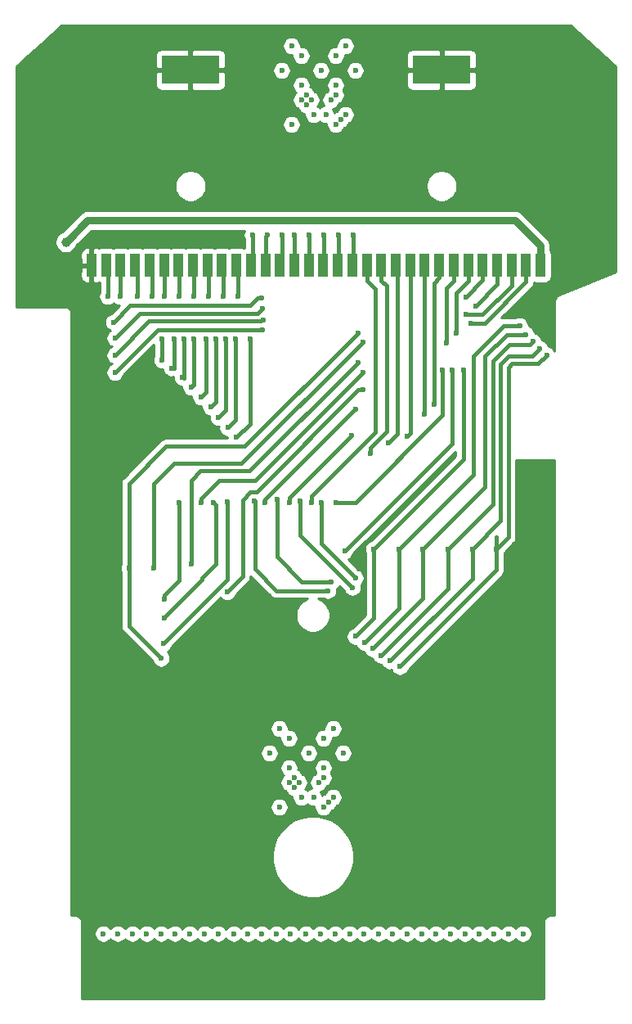
<source format=gbl>
G04 #@! TF.GenerationSoftware,KiCad,Pcbnew,(5.1.12)-1*
G04 #@! TF.CreationDate,2023-02-12T19:07:51-08:00*
G04 #@! TF.ProjectId,GB-BRK-CART,47422d42-524b-42d4-9341-52542e6b6963,v1.0*
G04 #@! TF.SameCoordinates,Original*
G04 #@! TF.FileFunction,Copper,L2,Bot*
G04 #@! TF.FilePolarity,Positive*
%FSLAX46Y46*%
G04 Gerber Fmt 4.6, Leading zero omitted, Abs format (unit mm)*
G04 Created by KiCad (PCBNEW (5.1.12)-1) date 2023-02-12 19:07:51*
%MOMM*%
%LPD*%
G01*
G04 APERTURE LIST*
G04 #@! TA.AperFunction,SMDPad,CuDef*
%ADD10R,1.000000X2.400000*%
G04 #@! TD*
G04 #@! TA.AperFunction,SMDPad,CuDef*
%ADD11R,6.000000X3.000000*%
G04 #@! TD*
G04 #@! TA.AperFunction,ViaPad*
%ADD12C,0.600000*%
G04 #@! TD*
G04 #@! TA.AperFunction,ViaPad*
%ADD13C,1.000000*%
G04 #@! TD*
G04 #@! TA.AperFunction,Conductor*
%ADD14C,0.800000*%
G04 #@! TD*
G04 #@! TA.AperFunction,Conductor*
%ADD15C,0.400000*%
G04 #@! TD*
G04 #@! TA.AperFunction,Conductor*
%ADD16C,0.254000*%
G04 #@! TD*
G04 #@! TA.AperFunction,Conductor*
%ADD17C,0.100000*%
G04 #@! TD*
G04 APERTURE END LIST*
D10*
X77080000Y-23458000D03*
X78580000Y-23458000D03*
X80080000Y-23458000D03*
X81580000Y-23458000D03*
X83080000Y-23458000D03*
X84580000Y-23458000D03*
X86080000Y-23458000D03*
X87580000Y-23458000D03*
X89080000Y-23458000D03*
X90580000Y-23458000D03*
X92080000Y-23458000D03*
X93580000Y-23458000D03*
X95080000Y-23458000D03*
X96580000Y-23458000D03*
X98080000Y-23458000D03*
X99580000Y-23458000D03*
X101080000Y-23458000D03*
X102580000Y-23458000D03*
X104080000Y-23458000D03*
X105580000Y-23458000D03*
X107080000Y-23458000D03*
X108580000Y-23458000D03*
X110080000Y-23458000D03*
X111580000Y-23458000D03*
X113080000Y-23458000D03*
X114580000Y-23458000D03*
X116080000Y-23458000D03*
X117580000Y-23458000D03*
X119080000Y-23458000D03*
X120580000Y-23458000D03*
X122080000Y-23458000D03*
D11*
X87330000Y-3258000D03*
X113330000Y-3258000D03*
D10*
X123580000Y-23458000D03*
D12*
X96520000Y-79502000D03*
X101092000Y-79502000D03*
X97536000Y-76962000D03*
X101600000Y-78994000D03*
X98044000Y-77470000D03*
X97536000Y-75438000D03*
X98044000Y-76454000D03*
X101092000Y-72390000D03*
X97536000Y-72390000D03*
X96520000Y-71374000D03*
X101092000Y-76454000D03*
X96520000Y-71374000D03*
X98552000Y-76962000D03*
X99568000Y-73914000D03*
X100584000Y-76962000D03*
X102108000Y-78486000D03*
X102108000Y-71374000D03*
X101092000Y-75438000D03*
X95504010Y-73914000D03*
X103124024Y-73914000D03*
X98806000Y-78486000D03*
X100076000Y-78486000D03*
X99822000Y-6350000D03*
X99314000Y-5842000D03*
X102362000Y-1778000D03*
X98806000Y-1778000D03*
X97790000Y-762000D03*
X97790000Y-762000D03*
X98806000Y-4826000D03*
X97790000Y-8890000D03*
X98806000Y-6350000D03*
X102362000Y-8890000D03*
X102870000Y-8382000D03*
X99314000Y-6858000D03*
X102362000Y-5842000D03*
X100838000Y-3302000D03*
X103378000Y-762000D03*
X104394024Y-3302000D03*
X102362000Y-4826000D03*
X101854000Y-6350000D03*
X103378000Y-7874000D03*
X96774010Y-3302000D03*
X100076000Y-7874000D03*
X101346000Y-7874000D03*
D13*
X74448000Y-21056028D03*
D12*
X123400000Y-92600000D03*
D13*
X123400000Y-90200000D03*
X123900000Y-84000000D03*
X120300000Y-86100000D03*
X122300000Y-48800000D03*
X123300000Y-54900000D03*
X120300000Y-59000000D03*
X123000000Y-63200000D03*
X123300000Y-74500000D03*
X120300000Y-78300000D03*
X120700000Y-68500000D03*
D12*
X118110000Y-3302000D03*
X108458000Y-3302000D03*
X84300000Y-92600000D03*
X80950000Y-54782002D03*
X84300000Y-64131998D03*
X114807990Y-30480000D03*
X104648001Y-30480001D03*
X78300000Y-92600000D03*
X116332000Y-29464000D03*
X79502000Y-34544000D03*
X94798819Y-30125134D03*
X85700000Y-92600000D03*
X83490000Y-54822002D03*
X113792000Y-31496004D03*
X105156000Y-31380010D03*
X87250000Y-92600000D03*
X87400000Y-54332000D03*
X104648000Y-33528000D03*
X112522000Y-37846000D03*
X88800000Y-92600000D03*
X88392000Y-48006000D03*
X111506000Y-38862000D03*
X105156000Y-34544000D03*
X90200000Y-92600000D03*
X91140902Y-57231902D03*
X105154093Y-36344011D03*
X109728000Y-41148000D03*
X108250000Y-92600000D03*
X101556164Y-57115219D03*
X93976523Y-47800000D03*
X92075000Y-41275000D03*
X92202000Y-26670000D03*
X93472000Y-31103990D03*
X91800000Y-92600000D03*
X94996000Y-48006000D03*
X104394000Y-38356808D03*
X107790595Y-41815405D03*
X109750000Y-92600000D03*
X101911759Y-56180566D03*
X96284915Y-47704199D03*
X91186000Y-40259000D03*
X90678000Y-26670000D03*
X91948000Y-31103990D03*
X93300000Y-92600000D03*
X97536000Y-48006000D03*
X105916596Y-42927404D03*
X104011596Y-41022404D03*
X104100000Y-56800000D03*
X111250000Y-92600000D03*
X98679000Y-47879000D03*
X90208011Y-39204989D03*
X89154000Y-26670000D03*
X90932000Y-31103990D03*
X94700000Y-92600000D03*
X99822000Y-48006000D03*
X104400000Y-55800000D03*
X112750000Y-92600000D03*
X89408000Y-38100000D03*
X87630000Y-26670000D03*
X100838000Y-48006000D03*
X89916000Y-31103990D03*
X96200000Y-92600000D03*
X102362000Y-48006000D03*
X113422010Y-34290000D03*
X104140000Y-20320000D03*
X114250000Y-92600000D03*
X88392000Y-37084000D03*
X86106000Y-26670000D03*
X88900000Y-31103990D03*
X97700000Y-92600000D03*
X103301000Y-53009000D03*
X114425718Y-34257749D03*
X102616000Y-20320000D03*
X115750000Y-92600000D03*
X87376000Y-36068000D03*
X84582000Y-26670000D03*
X87630000Y-31103990D03*
X106300000Y-52800000D03*
X99300000Y-92600000D03*
X104394000Y-61849000D03*
X115570000Y-34290030D03*
X101092000Y-20320000D03*
X117250000Y-92600000D03*
X86487000Y-35052000D03*
X83312000Y-26670000D03*
X86614000Y-31103990D03*
X108900000Y-52800000D03*
X100800000Y-92600000D03*
X105346500Y-62484000D03*
X121412000Y-29718000D03*
X99568000Y-20320000D03*
X118750000Y-92600000D03*
X85350813Y-34096006D03*
X81788000Y-26670000D03*
X85598000Y-31103990D03*
X111400000Y-52800000D03*
X102300000Y-92600000D03*
X106172004Y-63119000D03*
X98044000Y-20320000D03*
X122084525Y-30645581D03*
X114000000Y-52800000D03*
X103800000Y-92600000D03*
X107061000Y-63817500D03*
X96774000Y-20320000D03*
X122795840Y-31348471D03*
X121750000Y-92600000D03*
X78740000Y-26670000D03*
X119000000Y-52800000D03*
X106800000Y-92600000D03*
X109002605Y-64980790D03*
X93726000Y-20320000D03*
X124206000Y-32766000D03*
X120250000Y-92600000D03*
X84375752Y-33296011D03*
X84328000Y-31103990D03*
X80010000Y-26670000D03*
X82800000Y-92600000D03*
X84499996Y-62600000D03*
X91110000Y-47955006D03*
X94711737Y-26843300D03*
X115824425Y-26763979D03*
X79373596Y-29338404D03*
X81300000Y-92600000D03*
X84582000Y-59943998D03*
X94739789Y-27973980D03*
X89662000Y-48006000D03*
X116840000Y-27663980D03*
X79501998Y-30988002D03*
X79800000Y-92600000D03*
X84582000Y-58039000D03*
X86106000Y-48006000D03*
X115824000Y-28563990D03*
X79502000Y-32766000D03*
X94902068Y-29084508D03*
X116500000Y-52800000D03*
X105300000Y-92600000D03*
X107961010Y-64389004D03*
X95251404Y-20321404D03*
X123484460Y-32073610D03*
D14*
X123580000Y-23458000D02*
X123580000Y-21458000D01*
X123580000Y-21458000D02*
X120951995Y-18829995D01*
X120951995Y-18829995D02*
X76674033Y-18829995D01*
X76674033Y-18829995D02*
X74448000Y-21056028D01*
D15*
X80950000Y-60781998D02*
X80950000Y-54782002D01*
X84300000Y-64131998D02*
X80950000Y-60781998D01*
X116080000Y-23458000D02*
X116080000Y-25058000D01*
X116080000Y-25058000D02*
X114807990Y-26330010D01*
X114807990Y-26330010D02*
X114807990Y-30480000D01*
X80950000Y-54782002D02*
X80950000Y-46050000D01*
X80950000Y-46050000D02*
X84824999Y-42175001D01*
X84824999Y-42175001D02*
X92953001Y-42175001D01*
X92953001Y-42175001D02*
X104648001Y-30480001D01*
X122080000Y-23458000D02*
X122080000Y-25163388D01*
X117779388Y-29464000D02*
X116332000Y-29464000D01*
X122080000Y-25163388D02*
X117779388Y-29464000D01*
X83920866Y-30125134D02*
X94798819Y-30125134D01*
X79502000Y-34544000D02*
X83920866Y-30125134D01*
X114580000Y-23458000D02*
X114580000Y-25058000D01*
X114580000Y-25058000D02*
X113792000Y-25846000D01*
X113792000Y-25846000D02*
X113792000Y-31496004D01*
X83490000Y-54822002D02*
X83490000Y-46050000D01*
X85598000Y-43942000D02*
X92594010Y-43942000D01*
X83490000Y-46050000D02*
X85598000Y-43942000D01*
X92594010Y-43942000D02*
X105156000Y-31380010D01*
X93433990Y-44742010D02*
X104648000Y-33528000D01*
X88353990Y-44742010D02*
X93433990Y-44742010D01*
X87400000Y-45696000D02*
X88353990Y-44742010D01*
X87400000Y-54332000D02*
X87400000Y-45696000D01*
X104648000Y-33528000D02*
X104648000Y-33528000D01*
X112522000Y-25296002D02*
X113080000Y-24738002D01*
X113080000Y-24738002D02*
X113080000Y-23458000D01*
X112522000Y-37846000D02*
X112522000Y-25296002D01*
X111506000Y-23532000D02*
X111580000Y-23458000D01*
X111506000Y-38862000D02*
X111506000Y-23532000D01*
X88392000Y-47581736D02*
X90253736Y-45720000D01*
X93980000Y-45720000D02*
X105156000Y-34544000D01*
X90253736Y-45720000D02*
X93980000Y-45720000D01*
X88392000Y-48006000D02*
X88392000Y-47581736D01*
X104729829Y-36344011D02*
X105154093Y-36344011D01*
X91140902Y-57231902D02*
X92710000Y-55662804D01*
X93544522Y-46899999D02*
X94173841Y-46899999D01*
X92710000Y-55662804D02*
X92710000Y-47734521D01*
X94173841Y-46899999D02*
X104729829Y-36344011D01*
X92710000Y-47734521D02*
X93544522Y-46899999D01*
X110080000Y-40796000D02*
X109728000Y-41148000D01*
X110080000Y-23458000D02*
X110080000Y-40796000D01*
X92075000Y-23463000D02*
X92080000Y-23458000D01*
X93472000Y-31242000D02*
X93472000Y-31242000D01*
X92202000Y-23580000D02*
X92080000Y-23458000D01*
X92202000Y-26670000D02*
X92202000Y-23580000D01*
X93980000Y-47803477D02*
X93976523Y-47800000D01*
X93980000Y-54864000D02*
X93980000Y-47803477D01*
X96231219Y-57115219D02*
X93980000Y-54864000D01*
X101556164Y-57115219D02*
X96231219Y-57115219D01*
X93472000Y-39878000D02*
X93472000Y-31103990D01*
X92075000Y-41275000D02*
X93472000Y-39878000D01*
X94996000Y-47668264D02*
X104307456Y-38356808D01*
X94996000Y-48006000D02*
X94996000Y-47668264D01*
X104307456Y-38356808D02*
X104394000Y-38356808D01*
X108712000Y-40894000D02*
X107790595Y-41815405D01*
X108712000Y-23590000D02*
X108712000Y-40894000D01*
X108580000Y-23458000D02*
X108712000Y-23590000D01*
X91948000Y-31242000D02*
X91948000Y-31242000D01*
X90678000Y-23556000D02*
X90580000Y-23458000D01*
X90678000Y-26670000D02*
X90678000Y-23556000D01*
X96266000Y-47723114D02*
X96284915Y-47704199D01*
X96266000Y-53594000D02*
X96266000Y-47723114D01*
X98852566Y-56180566D02*
X96266000Y-53594000D01*
X101911759Y-56180566D02*
X98852566Y-56180566D01*
X91186000Y-40259000D02*
X91948000Y-39497000D01*
X91948000Y-39497000D02*
X91948000Y-31103990D01*
X97536000Y-48006000D02*
X97536000Y-47498000D01*
X97536000Y-47498000D02*
X104011596Y-41022404D01*
X105916596Y-42357400D02*
X105916596Y-42927404D01*
X107618013Y-40655983D02*
X105916596Y-42357400D01*
X107618013Y-25596013D02*
X107618013Y-40655983D01*
X107080000Y-25058000D02*
X107618013Y-25596013D01*
X107080000Y-23458000D02*
X107080000Y-25058000D01*
X98679000Y-51379000D02*
X98679000Y-47879000D01*
X104100000Y-56800000D02*
X98679000Y-51379000D01*
X89281000Y-23659000D02*
X89080000Y-23458000D01*
X90208011Y-39204989D02*
X90932000Y-38481000D01*
X89154000Y-23532000D02*
X89080000Y-23458000D01*
X89154000Y-26670000D02*
X89154000Y-23532000D01*
X90932000Y-38354000D02*
X90932000Y-31103990D01*
X105580000Y-25058000D02*
X105580000Y-23458000D01*
X106437001Y-25915001D02*
X105580000Y-25058000D01*
X106437001Y-40705609D02*
X106437001Y-25915001D01*
X99822000Y-47320610D02*
X106437001Y-40705609D01*
X99822000Y-48006000D02*
X99822000Y-47320610D01*
X87630000Y-23508000D02*
X87580000Y-23458000D01*
X87630000Y-26670000D02*
X87630000Y-23508000D01*
X100838000Y-52238000D02*
X100838000Y-48006000D01*
X104400000Y-55800000D02*
X100838000Y-52238000D01*
X89408000Y-38100000D02*
X89916000Y-37592000D01*
X89916000Y-37592000D02*
X89916000Y-31103990D01*
X113422010Y-38977990D02*
X113422010Y-34290000D01*
X102362000Y-48006000D02*
X104394000Y-48006000D01*
X104394000Y-48006000D02*
X113422010Y-38977990D01*
X104140000Y-23398000D02*
X104080000Y-23458000D01*
X104140000Y-20320000D02*
X104140000Y-23398000D01*
X86106000Y-23484000D02*
X86080000Y-23458000D01*
X86106000Y-26670000D02*
X86106000Y-23484000D01*
X88392000Y-37084000D02*
X88900000Y-36576000D01*
X88900000Y-36576000D02*
X88900000Y-31103990D01*
X114425718Y-41884282D02*
X114425718Y-34257749D01*
X103301000Y-53009000D02*
X114425718Y-41884282D01*
X102616000Y-23422000D02*
X102580000Y-23458000D01*
X102616000Y-20320000D02*
X102616000Y-23422000D01*
X87376000Y-36068000D02*
X87675999Y-35768001D01*
X84582000Y-23460000D02*
X84580000Y-23458000D01*
X84582000Y-26670000D02*
X84582000Y-23460000D01*
X87675999Y-31149989D02*
X87630000Y-31103990D01*
X87675999Y-35814000D02*
X87675999Y-31149989D01*
X106300000Y-59943000D02*
X104394000Y-61849000D01*
X106300000Y-52800000D02*
X106300000Y-59943000D01*
X106300000Y-52800000D02*
X115570000Y-43530000D01*
X115570000Y-43530000D02*
X115570000Y-34290030D01*
X101092000Y-23446000D02*
X101080000Y-23458000D01*
X101092000Y-20320000D02*
X101092000Y-23446000D01*
X83058000Y-23480000D02*
X83080000Y-23458000D01*
X86487000Y-35052000D02*
X86614000Y-34925000D01*
X83312000Y-23690000D02*
X83080000Y-23458000D01*
X83312000Y-26670000D02*
X83312000Y-23690000D01*
X86614000Y-35179000D02*
X86614000Y-31103990D01*
X108900000Y-52800000D02*
X108900000Y-58930500D01*
X108900000Y-58930500D02*
X105346500Y-62484000D01*
X119717736Y-29718000D02*
X121412000Y-29718000D01*
X116586000Y-32849736D02*
X119717736Y-29718000D01*
X108900000Y-52800000D02*
X116586000Y-45114000D01*
X116586000Y-45114000D02*
X116586000Y-32849736D01*
X99568000Y-23446000D02*
X99580000Y-23458000D01*
X99568000Y-20320000D02*
X99568000Y-23446000D01*
X81661000Y-23539000D02*
X81580000Y-23458000D01*
X85598000Y-33848819D02*
X85350813Y-34096006D01*
X81788000Y-23666000D02*
X81580000Y-23458000D01*
X81788000Y-26670000D02*
X81788000Y-23666000D01*
X85598000Y-34102819D02*
X85598000Y-31103990D01*
X111400000Y-52800000D02*
X111400000Y-57891004D01*
X111400000Y-57891004D02*
X106172004Y-63119000D01*
X98044000Y-23422000D02*
X98080000Y-23458000D01*
X98044000Y-20320000D02*
X98044000Y-23422000D01*
X120060155Y-30645581D02*
X122084525Y-30645581D01*
X117828959Y-46371041D02*
X117828959Y-32876777D01*
X117828959Y-32876777D02*
X120060155Y-30645581D01*
X111400000Y-52800000D02*
X117828959Y-46371041D01*
X114000000Y-52800000D02*
X114000000Y-56878500D01*
X114000000Y-56878500D02*
X107061000Y-63817500D01*
X96774000Y-23264000D02*
X96580000Y-23458000D01*
X96774000Y-20320000D02*
X96774000Y-23264000D01*
X120328150Y-31648470D02*
X122495841Y-31648470D01*
X118628970Y-48171030D02*
X118628970Y-33347650D01*
X114000000Y-52800000D02*
X118628970Y-48171030D01*
X122495841Y-31648470D02*
X122795840Y-31348471D01*
X118628970Y-33347650D02*
X120328150Y-31648470D01*
X78613000Y-23491000D02*
X78580000Y-23458000D01*
X78740000Y-23618000D02*
X78580000Y-23458000D01*
X78740000Y-26670000D02*
X78740000Y-23618000D01*
X119000000Y-52800000D02*
X119000000Y-54983395D01*
X119000000Y-54983395D02*
X109002605Y-64980790D01*
X119000000Y-52800000D02*
X119000000Y-51563000D01*
X93726000Y-23312000D02*
X93580000Y-23458000D01*
X93726000Y-20320000D02*
X93726000Y-23312000D01*
X120624402Y-33614990D02*
X123357010Y-33614990D01*
X120228990Y-34010402D02*
X120624402Y-33614990D01*
X123357010Y-33614990D02*
X124206000Y-32766000D01*
X120228990Y-51571010D02*
X120228990Y-34010402D01*
X119000000Y-52800000D02*
X120228990Y-51571010D01*
X80137000Y-23515000D02*
X80080000Y-23458000D01*
X84375752Y-33296011D02*
X84375752Y-31151742D01*
X84375752Y-31151742D02*
X84328000Y-31103990D01*
X80080000Y-23458000D02*
X80080000Y-26600000D01*
X80080000Y-26600000D02*
X80010000Y-26670000D01*
X84500000Y-62600000D02*
X84499996Y-62600000D01*
X117580000Y-23458000D02*
X117580000Y-24738002D01*
X84499996Y-62600000D02*
X91110000Y-55989996D01*
X91110000Y-55989996D02*
X91110000Y-47955006D01*
X117580000Y-23458000D02*
X117580000Y-25008404D01*
X117580000Y-25008404D02*
X115824425Y-26763979D01*
X94711737Y-26843300D02*
X94275924Y-26843300D01*
X81071999Y-27640001D02*
X79373596Y-29338404D01*
X94275924Y-26843300D02*
X93479223Y-27640001D01*
X93479223Y-27640001D02*
X81071999Y-27640001D01*
X89916000Y-48260000D02*
X89662000Y-48006000D01*
X89916000Y-54356000D02*
X89916000Y-48260000D01*
X88478055Y-55793945D02*
X89916000Y-54356000D01*
X88478055Y-56000000D02*
X88478055Y-55793945D01*
X84582000Y-59896055D02*
X88478055Y-56000000D01*
X84582000Y-59943998D02*
X84582000Y-59896055D01*
X89662000Y-48006000D02*
X89662000Y-48006000D01*
X119080000Y-25423980D02*
X116840000Y-27663980D01*
X119080000Y-23458000D02*
X119080000Y-25423980D01*
X82042000Y-28448000D02*
X79501998Y-30988002D01*
X94739789Y-27973980D02*
X94265769Y-28448000D01*
X94265769Y-28448000D02*
X82042000Y-28448000D01*
X86106000Y-48006000D02*
X86106000Y-48006000D01*
X84582000Y-57614736D02*
X84582000Y-58039000D01*
X86106000Y-56090736D02*
X84582000Y-57614736D01*
X86106000Y-48006000D02*
X86106000Y-56090736D01*
X120580000Y-25532002D02*
X117548012Y-28563990D01*
X120580000Y-23458000D02*
X120580000Y-25532002D01*
X117548012Y-28563990D02*
X115824000Y-28563990D01*
X94597145Y-29248010D02*
X94760647Y-29084508D01*
X94760647Y-29084508D02*
X94902068Y-29084508D01*
X79502000Y-32766000D02*
X83019990Y-29248010D01*
X83019990Y-29248010D02*
X94597145Y-29248010D01*
X116500000Y-55850014D02*
X107961010Y-64389004D01*
X116500000Y-52800000D02*
X116500000Y-55850014D01*
X95080000Y-20492808D02*
X95251404Y-20321404D01*
X95080000Y-23458000D02*
X95080000Y-20492808D01*
X120293027Y-32814979D02*
X122743091Y-32814979D01*
X122743091Y-32814979D02*
X123484460Y-32073610D01*
X119428980Y-33679026D02*
X120293027Y-32814979D01*
X116500000Y-52800000D02*
X119428980Y-49871020D01*
X119428980Y-49871020D02*
X119428980Y-33679026D01*
D16*
X131370001Y-2856209D02*
X131370000Y-24157307D01*
X125494673Y-26507438D01*
X125456981Y-26518872D01*
X125399108Y-26549806D01*
X125340899Y-26580012D01*
X125337489Y-26582742D01*
X125333638Y-26584800D01*
X125282907Y-26626434D01*
X125231714Y-26667413D01*
X125228905Y-26670752D01*
X125225526Y-26673525D01*
X125183887Y-26724263D01*
X125141678Y-26774434D01*
X125139573Y-26778259D01*
X125136801Y-26781637D01*
X125105875Y-26839496D01*
X125074250Y-26896965D01*
X125072931Y-26901130D01*
X125070873Y-26904980D01*
X125051831Y-26967752D01*
X125032023Y-27030296D01*
X125031542Y-27034636D01*
X125030274Y-27038816D01*
X125023848Y-27104064D01*
X125016618Y-27169302D01*
X125020001Y-27208548D01*
X125020000Y-32301282D01*
X124932262Y-32169972D01*
X124802028Y-32039738D01*
X124648889Y-31937414D01*
X124478729Y-31866932D01*
X124393286Y-31849936D01*
X124383528Y-31800881D01*
X124313046Y-31630721D01*
X124210722Y-31477582D01*
X124080488Y-31347348D01*
X123927349Y-31245024D01*
X123757189Y-31174542D01*
X123712805Y-31165713D01*
X123694908Y-31075742D01*
X123624426Y-30905582D01*
X123522102Y-30752443D01*
X123391868Y-30622209D01*
X123238729Y-30519885D01*
X123068569Y-30449403D01*
X122995947Y-30434957D01*
X122983593Y-30372852D01*
X122913111Y-30202692D01*
X122810787Y-30049553D01*
X122680553Y-29919319D01*
X122527414Y-29816995D01*
X122357254Y-29746513D01*
X122347000Y-29744473D01*
X122347000Y-29625911D01*
X122311068Y-29445271D01*
X122240586Y-29275111D01*
X122138262Y-29121972D01*
X122008028Y-28991738D01*
X121854889Y-28889414D01*
X121684729Y-28818932D01*
X121504089Y-28783000D01*
X121319911Y-28783000D01*
X121139271Y-28818932D01*
X120984596Y-28883000D01*
X119758754Y-28883000D01*
X119717736Y-28878960D01*
X119676718Y-28883000D01*
X119676717Y-28883000D01*
X119554047Y-28895082D01*
X119518343Y-28905913D01*
X122641432Y-25782825D01*
X122673291Y-25756679D01*
X122714850Y-25706040D01*
X122777636Y-25629534D01*
X122855172Y-25484475D01*
X122902918Y-25327077D01*
X122908582Y-25269574D01*
X122955518Y-25283812D01*
X123080000Y-25296072D01*
X124080000Y-25296072D01*
X124204482Y-25283812D01*
X124324180Y-25247502D01*
X124434494Y-25188537D01*
X124531185Y-25109185D01*
X124610537Y-25012494D01*
X124669502Y-24902180D01*
X124705812Y-24782482D01*
X124718072Y-24658000D01*
X124718072Y-22258000D01*
X124705812Y-22133518D01*
X124669502Y-22013820D01*
X124615000Y-21911856D01*
X124615000Y-21508827D01*
X124620006Y-21457999D01*
X124615000Y-21407171D01*
X124615000Y-21407162D01*
X124600024Y-21255105D01*
X124540841Y-21060007D01*
X124486827Y-20958953D01*
X124444734Y-20880202D01*
X124347803Y-20762092D01*
X124315396Y-20722604D01*
X124275908Y-20690197D01*
X121719802Y-18134092D01*
X121687391Y-18094599D01*
X121529792Y-17965261D01*
X121349988Y-17869154D01*
X121154890Y-17809971D01*
X121002833Y-17794995D01*
X121002823Y-17794995D01*
X120951995Y-17789989D01*
X120901167Y-17794995D01*
X76724860Y-17794995D01*
X76674032Y-17789989D01*
X76623204Y-17794995D01*
X76623195Y-17794995D01*
X76471138Y-17809971D01*
X76276040Y-17869154D01*
X76192342Y-17913891D01*
X76096235Y-17965261D01*
X75978125Y-18062192D01*
X75938637Y-18094599D01*
X75906230Y-18134087D01*
X74046497Y-19993821D01*
X73910376Y-20050204D01*
X73724480Y-20174416D01*
X73566388Y-20332508D01*
X73442176Y-20518404D01*
X73356617Y-20724961D01*
X73313000Y-20944240D01*
X73313000Y-21167816D01*
X73356617Y-21387095D01*
X73442176Y-21593652D01*
X73566388Y-21779548D01*
X73724480Y-21937640D01*
X73910376Y-22061852D01*
X74116933Y-22147411D01*
X74336212Y-22191028D01*
X74559788Y-22191028D01*
X74779067Y-22147411D01*
X74985624Y-22061852D01*
X75171520Y-21937640D01*
X75329612Y-21779548D01*
X75453824Y-21593652D01*
X75510207Y-21457531D01*
X77102744Y-19864995D01*
X92905510Y-19864995D01*
X92897414Y-19877111D01*
X92826932Y-20047271D01*
X92791000Y-20227911D01*
X92791000Y-20412089D01*
X92826932Y-20592729D01*
X92891000Y-20747404D01*
X92891000Y-21651759D01*
X92835820Y-21668498D01*
X92830000Y-21671609D01*
X92824180Y-21668498D01*
X92704482Y-21632188D01*
X92580000Y-21619928D01*
X91580000Y-21619928D01*
X91455518Y-21632188D01*
X91335820Y-21668498D01*
X91330000Y-21671609D01*
X91324180Y-21668498D01*
X91204482Y-21632188D01*
X91080000Y-21619928D01*
X90080000Y-21619928D01*
X89955518Y-21632188D01*
X89835820Y-21668498D01*
X89830000Y-21671609D01*
X89824180Y-21668498D01*
X89704482Y-21632188D01*
X89580000Y-21619928D01*
X88580000Y-21619928D01*
X88455518Y-21632188D01*
X88335820Y-21668498D01*
X88330000Y-21671609D01*
X88324180Y-21668498D01*
X88204482Y-21632188D01*
X88080000Y-21619928D01*
X87080000Y-21619928D01*
X86955518Y-21632188D01*
X86835820Y-21668498D01*
X86830000Y-21671609D01*
X86824180Y-21668498D01*
X86704482Y-21632188D01*
X86580000Y-21619928D01*
X85580000Y-21619928D01*
X85455518Y-21632188D01*
X85335820Y-21668498D01*
X85330000Y-21671609D01*
X85324180Y-21668498D01*
X85204482Y-21632188D01*
X85080000Y-21619928D01*
X84080000Y-21619928D01*
X83955518Y-21632188D01*
X83835820Y-21668498D01*
X83830000Y-21671609D01*
X83824180Y-21668498D01*
X83704482Y-21632188D01*
X83580000Y-21619928D01*
X82580000Y-21619928D01*
X82455518Y-21632188D01*
X82335820Y-21668498D01*
X82330000Y-21671609D01*
X82324180Y-21668498D01*
X82204482Y-21632188D01*
X82080000Y-21619928D01*
X81080000Y-21619928D01*
X80955518Y-21632188D01*
X80835820Y-21668498D01*
X80830000Y-21671609D01*
X80824180Y-21668498D01*
X80704482Y-21632188D01*
X80580000Y-21619928D01*
X79580000Y-21619928D01*
X79455518Y-21632188D01*
X79335820Y-21668498D01*
X79330000Y-21671609D01*
X79324180Y-21668498D01*
X79204482Y-21632188D01*
X79080000Y-21619928D01*
X78080000Y-21619928D01*
X77955518Y-21632188D01*
X77835820Y-21668498D01*
X77830000Y-21671609D01*
X77824180Y-21668498D01*
X77704482Y-21632188D01*
X77580000Y-21619928D01*
X77365750Y-21623000D01*
X77207000Y-21781750D01*
X77207000Y-23331000D01*
X77227000Y-23331000D01*
X77227000Y-23585000D01*
X77207000Y-23585000D01*
X77207000Y-25134250D01*
X77365750Y-25293000D01*
X77580000Y-25296072D01*
X77704482Y-25283812D01*
X77824180Y-25247502D01*
X77830000Y-25244391D01*
X77835820Y-25247502D01*
X77905000Y-25268488D01*
X77905000Y-26242596D01*
X77840932Y-26397271D01*
X77805000Y-26577911D01*
X77805000Y-26762089D01*
X77840932Y-26942729D01*
X77911414Y-27112889D01*
X78013738Y-27266028D01*
X78143972Y-27396262D01*
X78297111Y-27498586D01*
X78467271Y-27569068D01*
X78647911Y-27605000D01*
X78832089Y-27605000D01*
X79012729Y-27569068D01*
X79182889Y-27498586D01*
X79336028Y-27396262D01*
X79375000Y-27357290D01*
X79413972Y-27396262D01*
X79567111Y-27498586D01*
X79737271Y-27569068D01*
X79917911Y-27605000D01*
X79926132Y-27605000D01*
X79085383Y-28445750D01*
X78930707Y-28509818D01*
X78777568Y-28612142D01*
X78647334Y-28742376D01*
X78545010Y-28895515D01*
X78474528Y-29065675D01*
X78438596Y-29246315D01*
X78438596Y-29430493D01*
X78474528Y-29611133D01*
X78545010Y-29781293D01*
X78647334Y-29934432D01*
X78777568Y-30064666D01*
X78930707Y-30166990D01*
X79002974Y-30196924D01*
X78905970Y-30261740D01*
X78775736Y-30391974D01*
X78673412Y-30545113D01*
X78602930Y-30715273D01*
X78566998Y-30895913D01*
X78566998Y-31080091D01*
X78602930Y-31260731D01*
X78673412Y-31430891D01*
X78775736Y-31584030D01*
X78905970Y-31714264D01*
X79059109Y-31816588D01*
X79204961Y-31877001D01*
X79059111Y-31937414D01*
X78905972Y-32039738D01*
X78775738Y-32169972D01*
X78673414Y-32323111D01*
X78602932Y-32493271D01*
X78567000Y-32673911D01*
X78567000Y-32858089D01*
X78602932Y-33038729D01*
X78673414Y-33208889D01*
X78775738Y-33362028D01*
X78905972Y-33492262D01*
X79059111Y-33594586D01*
X79204964Y-33655000D01*
X79059111Y-33715414D01*
X78905972Y-33817738D01*
X78775738Y-33947972D01*
X78673414Y-34101111D01*
X78602932Y-34271271D01*
X78567000Y-34451911D01*
X78567000Y-34636089D01*
X78602932Y-34816729D01*
X78673414Y-34986889D01*
X78775738Y-35140028D01*
X78905972Y-35270262D01*
X79059111Y-35372586D01*
X79229271Y-35443068D01*
X79409911Y-35479000D01*
X79594089Y-35479000D01*
X79774729Y-35443068D01*
X79944889Y-35372586D01*
X80098028Y-35270262D01*
X80228262Y-35140028D01*
X80330586Y-34986889D01*
X80394655Y-34832212D01*
X83540753Y-31686115D01*
X83540752Y-32868606D01*
X83476684Y-33023282D01*
X83440752Y-33203922D01*
X83440752Y-33388100D01*
X83476684Y-33568740D01*
X83547166Y-33738900D01*
X83649490Y-33892039D01*
X83779724Y-34022273D01*
X83932863Y-34124597D01*
X84103023Y-34195079D01*
X84283663Y-34231011D01*
X84424350Y-34231011D01*
X84451745Y-34368735D01*
X84522227Y-34538895D01*
X84624551Y-34692034D01*
X84754785Y-34822268D01*
X84907924Y-34924592D01*
X85078084Y-34995074D01*
X85258724Y-35031006D01*
X85442902Y-35031006D01*
X85552000Y-35009305D01*
X85552000Y-35144089D01*
X85587932Y-35324729D01*
X85658414Y-35494889D01*
X85760738Y-35648028D01*
X85890972Y-35778262D01*
X86044111Y-35880586D01*
X86214271Y-35951068D01*
X86394911Y-35987000D01*
X86401133Y-35987000D01*
X86441000Y-35999094D01*
X86441000Y-36160089D01*
X86476932Y-36340729D01*
X86547414Y-36510889D01*
X86649738Y-36664028D01*
X86779972Y-36794262D01*
X86933111Y-36896586D01*
X87103271Y-36967068D01*
X87283911Y-37003000D01*
X87457000Y-37003000D01*
X87457000Y-37176089D01*
X87492932Y-37356729D01*
X87563414Y-37526889D01*
X87665738Y-37680028D01*
X87795972Y-37810262D01*
X87949111Y-37912586D01*
X88119271Y-37983068D01*
X88299911Y-38019000D01*
X88473000Y-38019000D01*
X88473000Y-38192089D01*
X88508932Y-38372729D01*
X88579414Y-38542889D01*
X88681738Y-38696028D01*
X88811972Y-38826262D01*
X88965111Y-38928586D01*
X89135271Y-38999068D01*
X89289550Y-39029756D01*
X89273011Y-39112900D01*
X89273011Y-39297078D01*
X89308943Y-39477718D01*
X89379425Y-39647878D01*
X89481749Y-39801017D01*
X89611983Y-39931251D01*
X89765122Y-40033575D01*
X89935282Y-40104057D01*
X90115922Y-40139989D01*
X90256355Y-40139989D01*
X90251000Y-40166911D01*
X90251000Y-40351089D01*
X90286932Y-40531729D01*
X90357414Y-40701889D01*
X90459738Y-40855028D01*
X90589972Y-40985262D01*
X90743111Y-41087586D01*
X90913271Y-41158068D01*
X91093911Y-41194000D01*
X91140000Y-41194000D01*
X91140000Y-41340001D01*
X84866017Y-41340001D01*
X84824998Y-41335961D01*
X84689972Y-41349260D01*
X84661310Y-41352083D01*
X84503912Y-41399829D01*
X84358853Y-41477365D01*
X84231708Y-41581710D01*
X84205560Y-41613572D01*
X80388574Y-45430559D01*
X80356710Y-45456709D01*
X80330562Y-45488571D01*
X80252364Y-45583855D01*
X80174828Y-45728914D01*
X80127082Y-45886312D01*
X80110960Y-46050000D01*
X80115001Y-46091029D01*
X80115000Y-54354598D01*
X80050932Y-54509273D01*
X80015000Y-54689913D01*
X80015000Y-54874091D01*
X80050932Y-55054731D01*
X80115001Y-55209408D01*
X80115000Y-60740979D01*
X80110960Y-60781998D01*
X80115000Y-60823016D01*
X80127082Y-60945686D01*
X80174828Y-61103084D01*
X80252364Y-61248143D01*
X80356709Y-61375289D01*
X80388579Y-61401444D01*
X83407346Y-64420212D01*
X83471414Y-64574887D01*
X83573738Y-64728026D01*
X83703972Y-64858260D01*
X83857111Y-64960584D01*
X84027271Y-65031066D01*
X84207911Y-65066998D01*
X84392089Y-65066998D01*
X84572729Y-65031066D01*
X84742889Y-64960584D01*
X84896028Y-64858260D01*
X85026262Y-64728026D01*
X85128586Y-64574887D01*
X85199068Y-64404727D01*
X85235000Y-64224087D01*
X85235000Y-64039909D01*
X85199068Y-63859269D01*
X85128586Y-63689109D01*
X85026262Y-63535970D01*
X84925909Y-63435617D01*
X84942885Y-63428586D01*
X85096024Y-63326262D01*
X85226258Y-63196028D01*
X85328582Y-63042889D01*
X85392651Y-62888212D01*
X90433787Y-57847077D01*
X90544874Y-57958164D01*
X90698013Y-58060488D01*
X90868173Y-58130970D01*
X91048813Y-58166902D01*
X91232991Y-58166902D01*
X91413631Y-58130970D01*
X91583791Y-58060488D01*
X91736930Y-57958164D01*
X91867164Y-57827930D01*
X91969488Y-57674791D01*
X92033556Y-57520115D01*
X93271433Y-56282240D01*
X93303291Y-56256095D01*
X93365032Y-56180864D01*
X93407636Y-56128950D01*
X93485172Y-55983891D01*
X93522912Y-55859479D01*
X93532918Y-55826493D01*
X93545000Y-55703823D01*
X93545000Y-55703822D01*
X93549040Y-55662804D01*
X93545000Y-55621786D01*
X93545000Y-55609867D01*
X95611778Y-57676646D01*
X95637928Y-57708510D01*
X95765073Y-57812855D01*
X95910132Y-57890391D01*
X96067530Y-57938137D01*
X96190200Y-57950219D01*
X96190210Y-57950219D01*
X96231218Y-57954258D01*
X96272226Y-57950219D01*
X99439203Y-57950219D01*
X99154485Y-58068153D01*
X98862129Y-58263500D01*
X98613500Y-58512129D01*
X98418153Y-58804485D01*
X98283596Y-59129335D01*
X98215000Y-59474193D01*
X98215000Y-59825807D01*
X98283596Y-60170665D01*
X98418153Y-60495515D01*
X98613500Y-60787871D01*
X98862129Y-61036500D01*
X99154485Y-61231847D01*
X99479335Y-61366404D01*
X99824193Y-61435000D01*
X100175807Y-61435000D01*
X100520665Y-61366404D01*
X100845515Y-61231847D01*
X101137871Y-61036500D01*
X101386500Y-60787871D01*
X101581847Y-60495515D01*
X101716404Y-60170665D01*
X101785000Y-59825807D01*
X101785000Y-59474193D01*
X101716404Y-59129335D01*
X101581847Y-58804485D01*
X101386500Y-58512129D01*
X101137871Y-58263500D01*
X100845515Y-58068153D01*
X100560797Y-57950219D01*
X101128760Y-57950219D01*
X101283435Y-58014287D01*
X101464075Y-58050219D01*
X101648253Y-58050219D01*
X101828893Y-58014287D01*
X101999053Y-57943805D01*
X102152192Y-57841481D01*
X102282426Y-57711247D01*
X102384750Y-57558108D01*
X102455232Y-57387948D01*
X102491164Y-57207308D01*
X102491164Y-57023130D01*
X102472694Y-56930276D01*
X102507787Y-56906828D01*
X102638021Y-56776594D01*
X102740345Y-56623455D01*
X102741001Y-56621870D01*
X103207347Y-57088216D01*
X103271414Y-57242889D01*
X103373738Y-57396028D01*
X103503972Y-57526262D01*
X103657111Y-57628586D01*
X103827271Y-57699068D01*
X104007911Y-57735000D01*
X104192089Y-57735000D01*
X104372729Y-57699068D01*
X104542889Y-57628586D01*
X104696028Y-57526262D01*
X104826262Y-57396028D01*
X104928586Y-57242889D01*
X104999068Y-57072729D01*
X105035000Y-56892089D01*
X105035000Y-56707911D01*
X104999068Y-56527271D01*
X104997882Y-56524408D01*
X105126262Y-56396028D01*
X105228586Y-56242889D01*
X105299068Y-56072729D01*
X105335000Y-55892089D01*
X105335000Y-55707911D01*
X105299068Y-55527271D01*
X105228586Y-55357111D01*
X105126262Y-55203972D01*
X104996028Y-55073738D01*
X104842889Y-54971414D01*
X104688215Y-54907347D01*
X103655193Y-53874325D01*
X103743889Y-53837586D01*
X103897028Y-53735262D01*
X104027262Y-53605028D01*
X104129586Y-53451889D01*
X104193655Y-53297212D01*
X114735000Y-42755868D01*
X114735000Y-43184131D01*
X106011788Y-51907345D01*
X105857111Y-51971414D01*
X105703972Y-52073738D01*
X105573738Y-52203972D01*
X105471414Y-52357111D01*
X105400932Y-52527271D01*
X105365000Y-52707911D01*
X105365000Y-52892089D01*
X105400932Y-53072729D01*
X105465000Y-53227404D01*
X105465001Y-59597131D01*
X104105787Y-60956345D01*
X103951111Y-61020414D01*
X103797972Y-61122738D01*
X103667738Y-61252972D01*
X103565414Y-61406111D01*
X103494932Y-61576271D01*
X103459000Y-61756911D01*
X103459000Y-61941089D01*
X103494932Y-62121729D01*
X103565414Y-62291889D01*
X103667738Y-62445028D01*
X103797972Y-62575262D01*
X103951111Y-62677586D01*
X104121271Y-62748068D01*
X104301911Y-62784000D01*
X104458728Y-62784000D01*
X104517914Y-62926889D01*
X104620238Y-63080028D01*
X104750472Y-63210262D01*
X104903611Y-63312586D01*
X105073771Y-63383068D01*
X105254411Y-63419000D01*
X105284232Y-63419000D01*
X105343418Y-63561889D01*
X105445742Y-63715028D01*
X105575976Y-63845262D01*
X105729115Y-63947586D01*
X105899275Y-64018068D01*
X106079915Y-64054000D01*
X106154726Y-64054000D01*
X106161932Y-64090229D01*
X106232414Y-64260389D01*
X106334738Y-64413528D01*
X106464972Y-64543762D01*
X106618111Y-64646086D01*
X106788271Y-64716568D01*
X106968911Y-64752500D01*
X107099539Y-64752500D01*
X107132424Y-64831893D01*
X107234748Y-64985032D01*
X107364982Y-65115266D01*
X107518121Y-65217590D01*
X107688281Y-65288072D01*
X107868921Y-65324004D01*
X108053099Y-65324004D01*
X108126671Y-65309369D01*
X108174019Y-65423679D01*
X108276343Y-65576818D01*
X108406577Y-65707052D01*
X108559716Y-65809376D01*
X108729876Y-65879858D01*
X108910516Y-65915790D01*
X109094694Y-65915790D01*
X109275334Y-65879858D01*
X109445494Y-65809376D01*
X109598633Y-65707052D01*
X109728867Y-65576818D01*
X109831191Y-65423679D01*
X109895260Y-65269002D01*
X119561432Y-55602832D01*
X119593291Y-55576686D01*
X119628442Y-55533855D01*
X119697636Y-55449541D01*
X119775172Y-55304482D01*
X119782144Y-55281498D01*
X119822918Y-55147084D01*
X119835000Y-55024414D01*
X119835000Y-55024413D01*
X119839040Y-54983395D01*
X119835000Y-54942377D01*
X119835000Y-53227404D01*
X119892654Y-53088213D01*
X120790418Y-52190450D01*
X120822281Y-52164301D01*
X120926626Y-52037156D01*
X121004162Y-51892097D01*
X121051908Y-51734699D01*
X121063990Y-51612029D01*
X121063990Y-51612019D01*
X121068029Y-51571011D01*
X121063990Y-51530003D01*
X121063990Y-43636000D01*
X124990001Y-43636000D01*
X124990000Y-90690000D01*
X124634877Y-90690000D01*
X124600000Y-90686565D01*
X124565123Y-90690000D01*
X124460816Y-90700273D01*
X124326980Y-90740872D01*
X124203637Y-90806800D01*
X124095525Y-90895525D01*
X124006800Y-91003637D01*
X123940872Y-91126980D01*
X123900273Y-91260816D01*
X123886565Y-91400000D01*
X123890001Y-91434887D01*
X123890000Y-99290000D01*
X76110000Y-99290000D01*
X76110000Y-92507911D01*
X77365000Y-92507911D01*
X77365000Y-92692089D01*
X77400932Y-92872729D01*
X77471414Y-93042889D01*
X77573738Y-93196028D01*
X77703972Y-93326262D01*
X77857111Y-93428586D01*
X78027271Y-93499068D01*
X78207911Y-93535000D01*
X78392089Y-93535000D01*
X78572729Y-93499068D01*
X78742889Y-93428586D01*
X78896028Y-93326262D01*
X79026262Y-93196028D01*
X79050000Y-93160502D01*
X79073738Y-93196028D01*
X79203972Y-93326262D01*
X79357111Y-93428586D01*
X79527271Y-93499068D01*
X79707911Y-93535000D01*
X79892089Y-93535000D01*
X80072729Y-93499068D01*
X80242889Y-93428586D01*
X80396028Y-93326262D01*
X80526262Y-93196028D01*
X80550000Y-93160502D01*
X80573738Y-93196028D01*
X80703972Y-93326262D01*
X80857111Y-93428586D01*
X81027271Y-93499068D01*
X81207911Y-93535000D01*
X81392089Y-93535000D01*
X81572729Y-93499068D01*
X81742889Y-93428586D01*
X81896028Y-93326262D01*
X82026262Y-93196028D01*
X82050000Y-93160502D01*
X82073738Y-93196028D01*
X82203972Y-93326262D01*
X82357111Y-93428586D01*
X82527271Y-93499068D01*
X82707911Y-93535000D01*
X82892089Y-93535000D01*
X83072729Y-93499068D01*
X83242889Y-93428586D01*
X83396028Y-93326262D01*
X83526262Y-93196028D01*
X83550000Y-93160502D01*
X83573738Y-93196028D01*
X83703972Y-93326262D01*
X83857111Y-93428586D01*
X84027271Y-93499068D01*
X84207911Y-93535000D01*
X84392089Y-93535000D01*
X84572729Y-93499068D01*
X84742889Y-93428586D01*
X84896028Y-93326262D01*
X85000000Y-93222290D01*
X85103972Y-93326262D01*
X85257111Y-93428586D01*
X85427271Y-93499068D01*
X85607911Y-93535000D01*
X85792089Y-93535000D01*
X85972729Y-93499068D01*
X86142889Y-93428586D01*
X86296028Y-93326262D01*
X86426262Y-93196028D01*
X86475000Y-93123086D01*
X86523738Y-93196028D01*
X86653972Y-93326262D01*
X86807111Y-93428586D01*
X86977271Y-93499068D01*
X87157911Y-93535000D01*
X87342089Y-93535000D01*
X87522729Y-93499068D01*
X87692889Y-93428586D01*
X87846028Y-93326262D01*
X87976262Y-93196028D01*
X88025000Y-93123086D01*
X88073738Y-93196028D01*
X88203972Y-93326262D01*
X88357111Y-93428586D01*
X88527271Y-93499068D01*
X88707911Y-93535000D01*
X88892089Y-93535000D01*
X89072729Y-93499068D01*
X89242889Y-93428586D01*
X89396028Y-93326262D01*
X89500000Y-93222290D01*
X89603972Y-93326262D01*
X89757111Y-93428586D01*
X89927271Y-93499068D01*
X90107911Y-93535000D01*
X90292089Y-93535000D01*
X90472729Y-93499068D01*
X90642889Y-93428586D01*
X90796028Y-93326262D01*
X90926262Y-93196028D01*
X91000000Y-93085671D01*
X91073738Y-93196028D01*
X91203972Y-93326262D01*
X91357111Y-93428586D01*
X91527271Y-93499068D01*
X91707911Y-93535000D01*
X91892089Y-93535000D01*
X92072729Y-93499068D01*
X92242889Y-93428586D01*
X92396028Y-93326262D01*
X92526262Y-93196028D01*
X92550000Y-93160502D01*
X92573738Y-93196028D01*
X92703972Y-93326262D01*
X92857111Y-93428586D01*
X93027271Y-93499068D01*
X93207911Y-93535000D01*
X93392089Y-93535000D01*
X93572729Y-93499068D01*
X93742889Y-93428586D01*
X93896028Y-93326262D01*
X94000000Y-93222290D01*
X94103972Y-93326262D01*
X94257111Y-93428586D01*
X94427271Y-93499068D01*
X94607911Y-93535000D01*
X94792089Y-93535000D01*
X94972729Y-93499068D01*
X95142889Y-93428586D01*
X95296028Y-93326262D01*
X95426262Y-93196028D01*
X95450000Y-93160502D01*
X95473738Y-93196028D01*
X95603972Y-93326262D01*
X95757111Y-93428586D01*
X95927271Y-93499068D01*
X96107911Y-93535000D01*
X96292089Y-93535000D01*
X96472729Y-93499068D01*
X96642889Y-93428586D01*
X96796028Y-93326262D01*
X96926262Y-93196028D01*
X96950000Y-93160502D01*
X96973738Y-93196028D01*
X97103972Y-93326262D01*
X97257111Y-93428586D01*
X97427271Y-93499068D01*
X97607911Y-93535000D01*
X97792089Y-93535000D01*
X97972729Y-93499068D01*
X98142889Y-93428586D01*
X98296028Y-93326262D01*
X98426262Y-93196028D01*
X98500000Y-93085671D01*
X98573738Y-93196028D01*
X98703972Y-93326262D01*
X98857111Y-93428586D01*
X99027271Y-93499068D01*
X99207911Y-93535000D01*
X99392089Y-93535000D01*
X99572729Y-93499068D01*
X99742889Y-93428586D01*
X99896028Y-93326262D01*
X100026262Y-93196028D01*
X100050000Y-93160502D01*
X100073738Y-93196028D01*
X100203972Y-93326262D01*
X100357111Y-93428586D01*
X100527271Y-93499068D01*
X100707911Y-93535000D01*
X100892089Y-93535000D01*
X101072729Y-93499068D01*
X101242889Y-93428586D01*
X101396028Y-93326262D01*
X101526262Y-93196028D01*
X101550000Y-93160502D01*
X101573738Y-93196028D01*
X101703972Y-93326262D01*
X101857111Y-93428586D01*
X102027271Y-93499068D01*
X102207911Y-93535000D01*
X102392089Y-93535000D01*
X102572729Y-93499068D01*
X102742889Y-93428586D01*
X102896028Y-93326262D01*
X103026262Y-93196028D01*
X103050000Y-93160502D01*
X103073738Y-93196028D01*
X103203972Y-93326262D01*
X103357111Y-93428586D01*
X103527271Y-93499068D01*
X103707911Y-93535000D01*
X103892089Y-93535000D01*
X104072729Y-93499068D01*
X104242889Y-93428586D01*
X104396028Y-93326262D01*
X104526262Y-93196028D01*
X104550000Y-93160502D01*
X104573738Y-93196028D01*
X104703972Y-93326262D01*
X104857111Y-93428586D01*
X105027271Y-93499068D01*
X105207911Y-93535000D01*
X105392089Y-93535000D01*
X105572729Y-93499068D01*
X105742889Y-93428586D01*
X105896028Y-93326262D01*
X106026262Y-93196028D01*
X106050000Y-93160502D01*
X106073738Y-93196028D01*
X106203972Y-93326262D01*
X106357111Y-93428586D01*
X106527271Y-93499068D01*
X106707911Y-93535000D01*
X106892089Y-93535000D01*
X107072729Y-93499068D01*
X107242889Y-93428586D01*
X107396028Y-93326262D01*
X107525000Y-93197290D01*
X107653972Y-93326262D01*
X107807111Y-93428586D01*
X107977271Y-93499068D01*
X108157911Y-93535000D01*
X108342089Y-93535000D01*
X108522729Y-93499068D01*
X108692889Y-93428586D01*
X108846028Y-93326262D01*
X108976262Y-93196028D01*
X109000000Y-93160502D01*
X109023738Y-93196028D01*
X109153972Y-93326262D01*
X109307111Y-93428586D01*
X109477271Y-93499068D01*
X109657911Y-93535000D01*
X109842089Y-93535000D01*
X110022729Y-93499068D01*
X110192889Y-93428586D01*
X110346028Y-93326262D01*
X110476262Y-93196028D01*
X110500000Y-93160502D01*
X110523738Y-93196028D01*
X110653972Y-93326262D01*
X110807111Y-93428586D01*
X110977271Y-93499068D01*
X111157911Y-93535000D01*
X111342089Y-93535000D01*
X111522729Y-93499068D01*
X111692889Y-93428586D01*
X111846028Y-93326262D01*
X111976262Y-93196028D01*
X112000000Y-93160502D01*
X112023738Y-93196028D01*
X112153972Y-93326262D01*
X112307111Y-93428586D01*
X112477271Y-93499068D01*
X112657911Y-93535000D01*
X112842089Y-93535000D01*
X113022729Y-93499068D01*
X113192889Y-93428586D01*
X113346028Y-93326262D01*
X113476262Y-93196028D01*
X113500000Y-93160502D01*
X113523738Y-93196028D01*
X113653972Y-93326262D01*
X113807111Y-93428586D01*
X113977271Y-93499068D01*
X114157911Y-93535000D01*
X114342089Y-93535000D01*
X114522729Y-93499068D01*
X114692889Y-93428586D01*
X114846028Y-93326262D01*
X114976262Y-93196028D01*
X115000000Y-93160502D01*
X115023738Y-93196028D01*
X115153972Y-93326262D01*
X115307111Y-93428586D01*
X115477271Y-93499068D01*
X115657911Y-93535000D01*
X115842089Y-93535000D01*
X116022729Y-93499068D01*
X116192889Y-93428586D01*
X116346028Y-93326262D01*
X116476262Y-93196028D01*
X116500000Y-93160502D01*
X116523738Y-93196028D01*
X116653972Y-93326262D01*
X116807111Y-93428586D01*
X116977271Y-93499068D01*
X117157911Y-93535000D01*
X117342089Y-93535000D01*
X117522729Y-93499068D01*
X117692889Y-93428586D01*
X117846028Y-93326262D01*
X117976262Y-93196028D01*
X118000000Y-93160502D01*
X118023738Y-93196028D01*
X118153972Y-93326262D01*
X118307111Y-93428586D01*
X118477271Y-93499068D01*
X118657911Y-93535000D01*
X118842089Y-93535000D01*
X119022729Y-93499068D01*
X119192889Y-93428586D01*
X119346028Y-93326262D01*
X119476262Y-93196028D01*
X119500000Y-93160502D01*
X119523738Y-93196028D01*
X119653972Y-93326262D01*
X119807111Y-93428586D01*
X119977271Y-93499068D01*
X120157911Y-93535000D01*
X120342089Y-93535000D01*
X120522729Y-93499068D01*
X120692889Y-93428586D01*
X120846028Y-93326262D01*
X120976262Y-93196028D01*
X121000000Y-93160502D01*
X121023738Y-93196028D01*
X121153972Y-93326262D01*
X121307111Y-93428586D01*
X121477271Y-93499068D01*
X121657911Y-93535000D01*
X121842089Y-93535000D01*
X122022729Y-93499068D01*
X122192889Y-93428586D01*
X122346028Y-93326262D01*
X122476262Y-93196028D01*
X122578586Y-93042889D01*
X122649068Y-92872729D01*
X122685000Y-92692089D01*
X122685000Y-92507911D01*
X122649068Y-92327271D01*
X122578586Y-92157111D01*
X122476262Y-92003972D01*
X122346028Y-91873738D01*
X122192889Y-91771414D01*
X122022729Y-91700932D01*
X121842089Y-91665000D01*
X121657911Y-91665000D01*
X121477271Y-91700932D01*
X121307111Y-91771414D01*
X121153972Y-91873738D01*
X121023738Y-92003972D01*
X121000000Y-92039498D01*
X120976262Y-92003972D01*
X120846028Y-91873738D01*
X120692889Y-91771414D01*
X120522729Y-91700932D01*
X120342089Y-91665000D01*
X120157911Y-91665000D01*
X119977271Y-91700932D01*
X119807111Y-91771414D01*
X119653972Y-91873738D01*
X119523738Y-92003972D01*
X119500000Y-92039498D01*
X119476262Y-92003972D01*
X119346028Y-91873738D01*
X119192889Y-91771414D01*
X119022729Y-91700932D01*
X118842089Y-91665000D01*
X118657911Y-91665000D01*
X118477271Y-91700932D01*
X118307111Y-91771414D01*
X118153972Y-91873738D01*
X118023738Y-92003972D01*
X118000000Y-92039498D01*
X117976262Y-92003972D01*
X117846028Y-91873738D01*
X117692889Y-91771414D01*
X117522729Y-91700932D01*
X117342089Y-91665000D01*
X117157911Y-91665000D01*
X116977271Y-91700932D01*
X116807111Y-91771414D01*
X116653972Y-91873738D01*
X116523738Y-92003972D01*
X116500000Y-92039498D01*
X116476262Y-92003972D01*
X116346028Y-91873738D01*
X116192889Y-91771414D01*
X116022729Y-91700932D01*
X115842089Y-91665000D01*
X115657911Y-91665000D01*
X115477271Y-91700932D01*
X115307111Y-91771414D01*
X115153972Y-91873738D01*
X115023738Y-92003972D01*
X115000000Y-92039498D01*
X114976262Y-92003972D01*
X114846028Y-91873738D01*
X114692889Y-91771414D01*
X114522729Y-91700932D01*
X114342089Y-91665000D01*
X114157911Y-91665000D01*
X113977271Y-91700932D01*
X113807111Y-91771414D01*
X113653972Y-91873738D01*
X113523738Y-92003972D01*
X113500000Y-92039498D01*
X113476262Y-92003972D01*
X113346028Y-91873738D01*
X113192889Y-91771414D01*
X113022729Y-91700932D01*
X112842089Y-91665000D01*
X112657911Y-91665000D01*
X112477271Y-91700932D01*
X112307111Y-91771414D01*
X112153972Y-91873738D01*
X112023738Y-92003972D01*
X112000000Y-92039498D01*
X111976262Y-92003972D01*
X111846028Y-91873738D01*
X111692889Y-91771414D01*
X111522729Y-91700932D01*
X111342089Y-91665000D01*
X111157911Y-91665000D01*
X110977271Y-91700932D01*
X110807111Y-91771414D01*
X110653972Y-91873738D01*
X110523738Y-92003972D01*
X110500000Y-92039498D01*
X110476262Y-92003972D01*
X110346028Y-91873738D01*
X110192889Y-91771414D01*
X110022729Y-91700932D01*
X109842089Y-91665000D01*
X109657911Y-91665000D01*
X109477271Y-91700932D01*
X109307111Y-91771414D01*
X109153972Y-91873738D01*
X109023738Y-92003972D01*
X109000000Y-92039498D01*
X108976262Y-92003972D01*
X108846028Y-91873738D01*
X108692889Y-91771414D01*
X108522729Y-91700932D01*
X108342089Y-91665000D01*
X108157911Y-91665000D01*
X107977271Y-91700932D01*
X107807111Y-91771414D01*
X107653972Y-91873738D01*
X107525000Y-92002710D01*
X107396028Y-91873738D01*
X107242889Y-91771414D01*
X107072729Y-91700932D01*
X106892089Y-91665000D01*
X106707911Y-91665000D01*
X106527271Y-91700932D01*
X106357111Y-91771414D01*
X106203972Y-91873738D01*
X106073738Y-92003972D01*
X106050000Y-92039498D01*
X106026262Y-92003972D01*
X105896028Y-91873738D01*
X105742889Y-91771414D01*
X105572729Y-91700932D01*
X105392089Y-91665000D01*
X105207911Y-91665000D01*
X105027271Y-91700932D01*
X104857111Y-91771414D01*
X104703972Y-91873738D01*
X104573738Y-92003972D01*
X104550000Y-92039498D01*
X104526262Y-92003972D01*
X104396028Y-91873738D01*
X104242889Y-91771414D01*
X104072729Y-91700932D01*
X103892089Y-91665000D01*
X103707911Y-91665000D01*
X103527271Y-91700932D01*
X103357111Y-91771414D01*
X103203972Y-91873738D01*
X103073738Y-92003972D01*
X103050000Y-92039498D01*
X103026262Y-92003972D01*
X102896028Y-91873738D01*
X102742889Y-91771414D01*
X102572729Y-91700932D01*
X102392089Y-91665000D01*
X102207911Y-91665000D01*
X102027271Y-91700932D01*
X101857111Y-91771414D01*
X101703972Y-91873738D01*
X101573738Y-92003972D01*
X101550000Y-92039498D01*
X101526262Y-92003972D01*
X101396028Y-91873738D01*
X101242889Y-91771414D01*
X101072729Y-91700932D01*
X100892089Y-91665000D01*
X100707911Y-91665000D01*
X100527271Y-91700932D01*
X100357111Y-91771414D01*
X100203972Y-91873738D01*
X100073738Y-92003972D01*
X100050000Y-92039498D01*
X100026262Y-92003972D01*
X99896028Y-91873738D01*
X99742889Y-91771414D01*
X99572729Y-91700932D01*
X99392089Y-91665000D01*
X99207911Y-91665000D01*
X99027271Y-91700932D01*
X98857111Y-91771414D01*
X98703972Y-91873738D01*
X98573738Y-92003972D01*
X98500000Y-92114329D01*
X98426262Y-92003972D01*
X98296028Y-91873738D01*
X98142889Y-91771414D01*
X97972729Y-91700932D01*
X97792089Y-91665000D01*
X97607911Y-91665000D01*
X97427271Y-91700932D01*
X97257111Y-91771414D01*
X97103972Y-91873738D01*
X96973738Y-92003972D01*
X96950000Y-92039498D01*
X96926262Y-92003972D01*
X96796028Y-91873738D01*
X96642889Y-91771414D01*
X96472729Y-91700932D01*
X96292089Y-91665000D01*
X96107911Y-91665000D01*
X95927271Y-91700932D01*
X95757111Y-91771414D01*
X95603972Y-91873738D01*
X95473738Y-92003972D01*
X95450000Y-92039498D01*
X95426262Y-92003972D01*
X95296028Y-91873738D01*
X95142889Y-91771414D01*
X94972729Y-91700932D01*
X94792089Y-91665000D01*
X94607911Y-91665000D01*
X94427271Y-91700932D01*
X94257111Y-91771414D01*
X94103972Y-91873738D01*
X94000000Y-91977710D01*
X93896028Y-91873738D01*
X93742889Y-91771414D01*
X93572729Y-91700932D01*
X93392089Y-91665000D01*
X93207911Y-91665000D01*
X93027271Y-91700932D01*
X92857111Y-91771414D01*
X92703972Y-91873738D01*
X92573738Y-92003972D01*
X92550000Y-92039498D01*
X92526262Y-92003972D01*
X92396028Y-91873738D01*
X92242889Y-91771414D01*
X92072729Y-91700932D01*
X91892089Y-91665000D01*
X91707911Y-91665000D01*
X91527271Y-91700932D01*
X91357111Y-91771414D01*
X91203972Y-91873738D01*
X91073738Y-92003972D01*
X91000000Y-92114329D01*
X90926262Y-92003972D01*
X90796028Y-91873738D01*
X90642889Y-91771414D01*
X90472729Y-91700932D01*
X90292089Y-91665000D01*
X90107911Y-91665000D01*
X89927271Y-91700932D01*
X89757111Y-91771414D01*
X89603972Y-91873738D01*
X89500000Y-91977710D01*
X89396028Y-91873738D01*
X89242889Y-91771414D01*
X89072729Y-91700932D01*
X88892089Y-91665000D01*
X88707911Y-91665000D01*
X88527271Y-91700932D01*
X88357111Y-91771414D01*
X88203972Y-91873738D01*
X88073738Y-92003972D01*
X88025000Y-92076914D01*
X87976262Y-92003972D01*
X87846028Y-91873738D01*
X87692889Y-91771414D01*
X87522729Y-91700932D01*
X87342089Y-91665000D01*
X87157911Y-91665000D01*
X86977271Y-91700932D01*
X86807111Y-91771414D01*
X86653972Y-91873738D01*
X86523738Y-92003972D01*
X86475000Y-92076914D01*
X86426262Y-92003972D01*
X86296028Y-91873738D01*
X86142889Y-91771414D01*
X85972729Y-91700932D01*
X85792089Y-91665000D01*
X85607911Y-91665000D01*
X85427271Y-91700932D01*
X85257111Y-91771414D01*
X85103972Y-91873738D01*
X85000000Y-91977710D01*
X84896028Y-91873738D01*
X84742889Y-91771414D01*
X84572729Y-91700932D01*
X84392089Y-91665000D01*
X84207911Y-91665000D01*
X84027271Y-91700932D01*
X83857111Y-91771414D01*
X83703972Y-91873738D01*
X83573738Y-92003972D01*
X83550000Y-92039498D01*
X83526262Y-92003972D01*
X83396028Y-91873738D01*
X83242889Y-91771414D01*
X83072729Y-91700932D01*
X82892089Y-91665000D01*
X82707911Y-91665000D01*
X82527271Y-91700932D01*
X82357111Y-91771414D01*
X82203972Y-91873738D01*
X82073738Y-92003972D01*
X82050000Y-92039498D01*
X82026262Y-92003972D01*
X81896028Y-91873738D01*
X81742889Y-91771414D01*
X81572729Y-91700932D01*
X81392089Y-91665000D01*
X81207911Y-91665000D01*
X81027271Y-91700932D01*
X80857111Y-91771414D01*
X80703972Y-91873738D01*
X80573738Y-92003972D01*
X80550000Y-92039498D01*
X80526262Y-92003972D01*
X80396028Y-91873738D01*
X80242889Y-91771414D01*
X80072729Y-91700932D01*
X79892089Y-91665000D01*
X79707911Y-91665000D01*
X79527271Y-91700932D01*
X79357111Y-91771414D01*
X79203972Y-91873738D01*
X79073738Y-92003972D01*
X79050000Y-92039498D01*
X79026262Y-92003972D01*
X78896028Y-91873738D01*
X78742889Y-91771414D01*
X78572729Y-91700932D01*
X78392089Y-91665000D01*
X78207911Y-91665000D01*
X78027271Y-91700932D01*
X77857111Y-91771414D01*
X77703972Y-91873738D01*
X77573738Y-92003972D01*
X77471414Y-92157111D01*
X77400932Y-92327271D01*
X77365000Y-92507911D01*
X76110000Y-92507911D01*
X76110000Y-91434876D01*
X76113435Y-91400000D01*
X76099727Y-91260816D01*
X76059128Y-91126980D01*
X75993200Y-91003637D01*
X75904475Y-90895525D01*
X75796363Y-90806800D01*
X75673020Y-90740872D01*
X75539184Y-90700273D01*
X75434877Y-90690000D01*
X75400000Y-90686565D01*
X75365123Y-90690000D01*
X75010000Y-90690000D01*
X75010000Y-84232889D01*
X95765000Y-84232889D01*
X95765000Y-85067111D01*
X95927749Y-85885304D01*
X96246992Y-86656025D01*
X96710461Y-87349655D01*
X97300345Y-87939539D01*
X97993975Y-88403008D01*
X98764696Y-88722251D01*
X99582889Y-88885000D01*
X100417111Y-88885000D01*
X101235304Y-88722251D01*
X102006025Y-88403008D01*
X102699655Y-87939539D01*
X103289539Y-87349655D01*
X103753008Y-86656025D01*
X104072251Y-85885304D01*
X104235000Y-85067111D01*
X104235000Y-84232889D01*
X104072251Y-83414696D01*
X103753008Y-82643975D01*
X103289539Y-81950345D01*
X102699655Y-81360461D01*
X102006025Y-80896992D01*
X101235304Y-80577749D01*
X100417111Y-80415000D01*
X99582889Y-80415000D01*
X98764696Y-80577749D01*
X97993975Y-80896992D01*
X97300345Y-81360461D01*
X96710461Y-81950345D01*
X96246992Y-82643975D01*
X95927749Y-83414696D01*
X95765000Y-84232889D01*
X75010000Y-84232889D01*
X75010000Y-79409911D01*
X95585000Y-79409911D01*
X95585000Y-79594089D01*
X95620932Y-79774729D01*
X95691414Y-79944889D01*
X95793738Y-80098028D01*
X95923972Y-80228262D01*
X96077111Y-80330586D01*
X96247271Y-80401068D01*
X96427911Y-80437000D01*
X96612089Y-80437000D01*
X96792729Y-80401068D01*
X96962889Y-80330586D01*
X97116028Y-80228262D01*
X97246262Y-80098028D01*
X97348586Y-79944889D01*
X97419068Y-79774729D01*
X97455000Y-79594089D01*
X97455000Y-79409911D01*
X97419068Y-79229271D01*
X97348586Y-79059111D01*
X97246262Y-78905972D01*
X97116028Y-78775738D01*
X96962889Y-78673414D01*
X96792729Y-78602932D01*
X96612089Y-78567000D01*
X96427911Y-78567000D01*
X96247271Y-78602932D01*
X96077111Y-78673414D01*
X95923972Y-78775738D01*
X95793738Y-78905972D01*
X95691414Y-79059111D01*
X95620932Y-79229271D01*
X95585000Y-79409911D01*
X75010000Y-79409911D01*
X75010000Y-75345911D01*
X96601000Y-75345911D01*
X96601000Y-75530089D01*
X96636932Y-75710729D01*
X96707414Y-75880889D01*
X96809738Y-76034028D01*
X96939972Y-76164262D01*
X96993458Y-76200000D01*
X96939972Y-76235738D01*
X96809738Y-76365972D01*
X96707414Y-76519111D01*
X96636932Y-76689271D01*
X96601000Y-76869911D01*
X96601000Y-77054089D01*
X96636932Y-77234729D01*
X96707414Y-77404889D01*
X96809738Y-77558028D01*
X96939972Y-77688262D01*
X97093111Y-77790586D01*
X97179592Y-77826408D01*
X97215414Y-77912889D01*
X97317738Y-78066028D01*
X97447972Y-78196262D01*
X97601111Y-78298586D01*
X97771271Y-78369068D01*
X97871958Y-78389096D01*
X97871000Y-78393911D01*
X97871000Y-78578089D01*
X97906932Y-78758729D01*
X97977414Y-78928889D01*
X98079738Y-79082028D01*
X98209972Y-79212262D01*
X98363111Y-79314586D01*
X98533271Y-79385068D01*
X98713911Y-79421000D01*
X98898089Y-79421000D01*
X99078729Y-79385068D01*
X99248889Y-79314586D01*
X99402028Y-79212262D01*
X99441000Y-79173290D01*
X99479972Y-79212262D01*
X99633111Y-79314586D01*
X99803271Y-79385068D01*
X99983911Y-79421000D01*
X100157000Y-79421000D01*
X100157000Y-79594089D01*
X100192932Y-79774729D01*
X100263414Y-79944889D01*
X100365738Y-80098028D01*
X100495972Y-80228262D01*
X100649111Y-80330586D01*
X100819271Y-80401068D01*
X100999911Y-80437000D01*
X101184089Y-80437000D01*
X101364729Y-80401068D01*
X101534889Y-80330586D01*
X101688028Y-80228262D01*
X101818262Y-80098028D01*
X101920586Y-79944889D01*
X101956408Y-79858408D01*
X102042889Y-79822586D01*
X102196028Y-79720262D01*
X102326262Y-79590028D01*
X102428586Y-79436889D01*
X102464408Y-79350408D01*
X102550889Y-79314586D01*
X102704028Y-79212262D01*
X102834262Y-79082028D01*
X102936586Y-78928889D01*
X103007068Y-78758729D01*
X103043000Y-78578089D01*
X103043000Y-78393911D01*
X103007068Y-78213271D01*
X102936586Y-78043111D01*
X102834262Y-77889972D01*
X102704028Y-77759738D01*
X102550889Y-77657414D01*
X102380729Y-77586932D01*
X102200089Y-77551000D01*
X102015911Y-77551000D01*
X101835271Y-77586932D01*
X101665111Y-77657414D01*
X101511972Y-77759738D01*
X101381738Y-77889972D01*
X101279414Y-78043111D01*
X101243592Y-78129592D01*
X101157111Y-78165414D01*
X101003972Y-78267738D01*
X100988900Y-78282810D01*
X100975068Y-78213271D01*
X100904586Y-78043111D01*
X100802262Y-77889972D01*
X100787190Y-77874900D01*
X100856729Y-77861068D01*
X101026889Y-77790586D01*
X101180028Y-77688262D01*
X101310262Y-77558028D01*
X101412586Y-77404889D01*
X101448408Y-77318408D01*
X101534889Y-77282586D01*
X101688028Y-77180262D01*
X101818262Y-77050028D01*
X101920586Y-76896889D01*
X101991068Y-76726729D01*
X102027000Y-76546089D01*
X102027000Y-76361911D01*
X101991068Y-76181271D01*
X101920586Y-76011111D01*
X101877080Y-75946000D01*
X101920586Y-75880889D01*
X101991068Y-75710729D01*
X102027000Y-75530089D01*
X102027000Y-75345911D01*
X101991068Y-75165271D01*
X101920586Y-74995111D01*
X101818262Y-74841972D01*
X101688028Y-74711738D01*
X101534889Y-74609414D01*
X101364729Y-74538932D01*
X101184089Y-74503000D01*
X100999911Y-74503000D01*
X100819271Y-74538932D01*
X100649111Y-74609414D01*
X100495972Y-74711738D01*
X100365738Y-74841972D01*
X100263414Y-74995111D01*
X100192932Y-75165271D01*
X100157000Y-75345911D01*
X100157000Y-75530089D01*
X100192932Y-75710729D01*
X100263414Y-75880889D01*
X100306920Y-75946000D01*
X100263414Y-76011111D01*
X100227592Y-76097592D01*
X100141111Y-76133414D01*
X99987972Y-76235738D01*
X99857738Y-76365972D01*
X99755414Y-76519111D01*
X99684932Y-76689271D01*
X99649000Y-76869911D01*
X99649000Y-77054089D01*
X99684932Y-77234729D01*
X99755414Y-77404889D01*
X99857738Y-77558028D01*
X99872810Y-77573100D01*
X99803271Y-77586932D01*
X99633111Y-77657414D01*
X99479972Y-77759738D01*
X99441000Y-77798710D01*
X99402028Y-77759738D01*
X99248889Y-77657414D01*
X99199382Y-77636908D01*
X99278262Y-77558028D01*
X99380586Y-77404889D01*
X99451068Y-77234729D01*
X99487000Y-77054089D01*
X99487000Y-76869911D01*
X99451068Y-76689271D01*
X99380586Y-76519111D01*
X99278262Y-76365972D01*
X99148028Y-76235738D01*
X98994889Y-76133414D01*
X98908408Y-76097592D01*
X98872586Y-76011111D01*
X98770262Y-75857972D01*
X98640028Y-75727738D01*
X98486889Y-75625414D01*
X98454691Y-75612077D01*
X98471000Y-75530089D01*
X98471000Y-75345911D01*
X98435068Y-75165271D01*
X98364586Y-74995111D01*
X98262262Y-74841972D01*
X98132028Y-74711738D01*
X97978889Y-74609414D01*
X97808729Y-74538932D01*
X97628089Y-74503000D01*
X97443911Y-74503000D01*
X97263271Y-74538932D01*
X97093111Y-74609414D01*
X96939972Y-74711738D01*
X96809738Y-74841972D01*
X96707414Y-74995111D01*
X96636932Y-75165271D01*
X96601000Y-75345911D01*
X75010000Y-75345911D01*
X75010000Y-73821911D01*
X94569010Y-73821911D01*
X94569010Y-74006089D01*
X94604942Y-74186729D01*
X94675424Y-74356889D01*
X94777748Y-74510028D01*
X94907982Y-74640262D01*
X95061121Y-74742586D01*
X95231281Y-74813068D01*
X95411921Y-74849000D01*
X95596099Y-74849000D01*
X95776739Y-74813068D01*
X95946899Y-74742586D01*
X96100038Y-74640262D01*
X96230272Y-74510028D01*
X96332596Y-74356889D01*
X96403078Y-74186729D01*
X96439010Y-74006089D01*
X96439010Y-73821911D01*
X98633000Y-73821911D01*
X98633000Y-74006089D01*
X98668932Y-74186729D01*
X98739414Y-74356889D01*
X98841738Y-74510028D01*
X98971972Y-74640262D01*
X99125111Y-74742586D01*
X99295271Y-74813068D01*
X99475911Y-74849000D01*
X99660089Y-74849000D01*
X99840729Y-74813068D01*
X100010889Y-74742586D01*
X100164028Y-74640262D01*
X100294262Y-74510028D01*
X100396586Y-74356889D01*
X100467068Y-74186729D01*
X100503000Y-74006089D01*
X100503000Y-73821911D01*
X102189024Y-73821911D01*
X102189024Y-74006089D01*
X102224956Y-74186729D01*
X102295438Y-74356889D01*
X102397762Y-74510028D01*
X102527996Y-74640262D01*
X102681135Y-74742586D01*
X102851295Y-74813068D01*
X103031935Y-74849000D01*
X103216113Y-74849000D01*
X103396753Y-74813068D01*
X103566913Y-74742586D01*
X103720052Y-74640262D01*
X103850286Y-74510028D01*
X103952610Y-74356889D01*
X104023092Y-74186729D01*
X104059024Y-74006089D01*
X104059024Y-73821911D01*
X104023092Y-73641271D01*
X103952610Y-73471111D01*
X103850286Y-73317972D01*
X103720052Y-73187738D01*
X103566913Y-73085414D01*
X103396753Y-73014932D01*
X103216113Y-72979000D01*
X103031935Y-72979000D01*
X102851295Y-73014932D01*
X102681135Y-73085414D01*
X102527996Y-73187738D01*
X102397762Y-73317972D01*
X102295438Y-73471111D01*
X102224956Y-73641271D01*
X102189024Y-73821911D01*
X100503000Y-73821911D01*
X100467068Y-73641271D01*
X100396586Y-73471111D01*
X100294262Y-73317972D01*
X100164028Y-73187738D01*
X100010889Y-73085414D01*
X99840729Y-73014932D01*
X99660089Y-72979000D01*
X99475911Y-72979000D01*
X99295271Y-73014932D01*
X99125111Y-73085414D01*
X98971972Y-73187738D01*
X98841738Y-73317972D01*
X98739414Y-73471111D01*
X98668932Y-73641271D01*
X98633000Y-73821911D01*
X96439010Y-73821911D01*
X96403078Y-73641271D01*
X96332596Y-73471111D01*
X96230272Y-73317972D01*
X96100038Y-73187738D01*
X95946899Y-73085414D01*
X95776739Y-73014932D01*
X95596099Y-72979000D01*
X95411921Y-72979000D01*
X95231281Y-73014932D01*
X95061121Y-73085414D01*
X94907982Y-73187738D01*
X94777748Y-73317972D01*
X94675424Y-73471111D01*
X94604942Y-73641271D01*
X94569010Y-73821911D01*
X75010000Y-73821911D01*
X75010000Y-71281911D01*
X95585000Y-71281911D01*
X95585000Y-71466089D01*
X95620932Y-71646729D01*
X95691414Y-71816889D01*
X95793738Y-71970028D01*
X95923972Y-72100262D01*
X96077111Y-72202586D01*
X96247271Y-72273068D01*
X96427911Y-72309000D01*
X96601000Y-72309000D01*
X96601000Y-72482089D01*
X96636932Y-72662729D01*
X96707414Y-72832889D01*
X96809738Y-72986028D01*
X96939972Y-73116262D01*
X97093111Y-73218586D01*
X97263271Y-73289068D01*
X97443911Y-73325000D01*
X97628089Y-73325000D01*
X97808729Y-73289068D01*
X97978889Y-73218586D01*
X98132028Y-73116262D01*
X98262262Y-72986028D01*
X98364586Y-72832889D01*
X98435068Y-72662729D01*
X98471000Y-72482089D01*
X98471000Y-72297911D01*
X100157000Y-72297911D01*
X100157000Y-72482089D01*
X100192932Y-72662729D01*
X100263414Y-72832889D01*
X100365738Y-72986028D01*
X100495972Y-73116262D01*
X100649111Y-73218586D01*
X100819271Y-73289068D01*
X100999911Y-73325000D01*
X101184089Y-73325000D01*
X101364729Y-73289068D01*
X101534889Y-73218586D01*
X101688028Y-73116262D01*
X101818262Y-72986028D01*
X101920586Y-72832889D01*
X101991068Y-72662729D01*
X102027000Y-72482089D01*
X102027000Y-72309000D01*
X102200089Y-72309000D01*
X102380729Y-72273068D01*
X102550889Y-72202586D01*
X102704028Y-72100262D01*
X102834262Y-71970028D01*
X102936586Y-71816889D01*
X103007068Y-71646729D01*
X103043000Y-71466089D01*
X103043000Y-71281911D01*
X103007068Y-71101271D01*
X102936586Y-70931111D01*
X102834262Y-70777972D01*
X102704028Y-70647738D01*
X102550889Y-70545414D01*
X102380729Y-70474932D01*
X102200089Y-70439000D01*
X102015911Y-70439000D01*
X101835271Y-70474932D01*
X101665111Y-70545414D01*
X101511972Y-70647738D01*
X101381738Y-70777972D01*
X101279414Y-70931111D01*
X101208932Y-71101271D01*
X101173000Y-71281911D01*
X101173000Y-71455000D01*
X100999911Y-71455000D01*
X100819271Y-71490932D01*
X100649111Y-71561414D01*
X100495972Y-71663738D01*
X100365738Y-71793972D01*
X100263414Y-71947111D01*
X100192932Y-72117271D01*
X100157000Y-72297911D01*
X98471000Y-72297911D01*
X98435068Y-72117271D01*
X98364586Y-71947111D01*
X98262262Y-71793972D01*
X98132028Y-71663738D01*
X97978889Y-71561414D01*
X97808729Y-71490932D01*
X97628089Y-71455000D01*
X97455000Y-71455000D01*
X97455000Y-71281911D01*
X97419068Y-71101271D01*
X97348586Y-70931111D01*
X97246262Y-70777972D01*
X97116028Y-70647738D01*
X96962889Y-70545414D01*
X96792729Y-70474932D01*
X96612089Y-70439000D01*
X96427911Y-70439000D01*
X96247271Y-70474932D01*
X96077111Y-70545414D01*
X95923972Y-70647738D01*
X95793738Y-70777972D01*
X95691414Y-70931111D01*
X95620932Y-71101271D01*
X95585000Y-71281911D01*
X75010000Y-71281911D01*
X75010000Y-28482877D01*
X75013435Y-28448000D01*
X74999727Y-28308816D01*
X74959128Y-28174980D01*
X74893200Y-28051637D01*
X74804475Y-27943525D01*
X74696363Y-27854800D01*
X74573020Y-27788872D01*
X74439184Y-27748273D01*
X74334877Y-27738000D01*
X74300000Y-27734565D01*
X74265123Y-27738000D01*
X69290000Y-27738000D01*
X69290000Y-24658000D01*
X75941928Y-24658000D01*
X75954188Y-24782482D01*
X75990498Y-24902180D01*
X76049463Y-25012494D01*
X76128815Y-25109185D01*
X76225506Y-25188537D01*
X76335820Y-25247502D01*
X76455518Y-25283812D01*
X76580000Y-25296072D01*
X76794250Y-25293000D01*
X76953000Y-25134250D01*
X76953000Y-23585000D01*
X76103750Y-23585000D01*
X75945000Y-23743750D01*
X75941928Y-24658000D01*
X69290000Y-24658000D01*
X69290000Y-22258000D01*
X75941928Y-22258000D01*
X75945000Y-23172250D01*
X76103750Y-23331000D01*
X76953000Y-23331000D01*
X76953000Y-21781750D01*
X76794250Y-21623000D01*
X76580000Y-21619928D01*
X76455518Y-21632188D01*
X76335820Y-21668498D01*
X76225506Y-21727463D01*
X76128815Y-21806815D01*
X76049463Y-21903506D01*
X75990498Y-22013820D01*
X75954188Y-22133518D01*
X75941928Y-22258000D01*
X69290000Y-22258000D01*
X69290000Y-15096967D01*
X85695000Y-15096967D01*
X85695000Y-15419033D01*
X85757832Y-15734912D01*
X85881082Y-16032463D01*
X86060013Y-16300252D01*
X86287748Y-16527987D01*
X86555537Y-16706918D01*
X86853088Y-16830168D01*
X87168967Y-16893000D01*
X87491033Y-16893000D01*
X87806912Y-16830168D01*
X88104463Y-16706918D01*
X88372252Y-16527987D01*
X88599987Y-16300252D01*
X88778918Y-16032463D01*
X88902168Y-15734912D01*
X88965000Y-15419033D01*
X88965000Y-15096967D01*
X111695000Y-15096967D01*
X111695000Y-15419033D01*
X111757832Y-15734912D01*
X111881082Y-16032463D01*
X112060013Y-16300252D01*
X112287748Y-16527987D01*
X112555537Y-16706918D01*
X112853088Y-16830168D01*
X113168967Y-16893000D01*
X113491033Y-16893000D01*
X113806912Y-16830168D01*
X114104463Y-16706918D01*
X114372252Y-16527987D01*
X114599987Y-16300252D01*
X114778918Y-16032463D01*
X114902168Y-15734912D01*
X114965000Y-15419033D01*
X114965000Y-15096967D01*
X114902168Y-14781088D01*
X114778918Y-14483537D01*
X114599987Y-14215748D01*
X114372252Y-13988013D01*
X114104463Y-13809082D01*
X113806912Y-13685832D01*
X113491033Y-13623000D01*
X113168967Y-13623000D01*
X112853088Y-13685832D01*
X112555537Y-13809082D01*
X112287748Y-13988013D01*
X112060013Y-14215748D01*
X111881082Y-14483537D01*
X111757832Y-14781088D01*
X111695000Y-15096967D01*
X88965000Y-15096967D01*
X88902168Y-14781088D01*
X88778918Y-14483537D01*
X88599987Y-14215748D01*
X88372252Y-13988013D01*
X88104463Y-13809082D01*
X87806912Y-13685832D01*
X87491033Y-13623000D01*
X87168967Y-13623000D01*
X86853088Y-13685832D01*
X86555537Y-13809082D01*
X86287748Y-13988013D01*
X86060013Y-14215748D01*
X85881082Y-14483537D01*
X85757832Y-14781088D01*
X85695000Y-15096967D01*
X69290000Y-15096967D01*
X69290000Y-8797911D01*
X96855000Y-8797911D01*
X96855000Y-8982089D01*
X96890932Y-9162729D01*
X96961414Y-9332889D01*
X97063738Y-9486028D01*
X97193972Y-9616262D01*
X97347111Y-9718586D01*
X97517271Y-9789068D01*
X97697911Y-9825000D01*
X97882089Y-9825000D01*
X98062729Y-9789068D01*
X98232889Y-9718586D01*
X98386028Y-9616262D01*
X98516262Y-9486028D01*
X98618586Y-9332889D01*
X98689068Y-9162729D01*
X98725000Y-8982089D01*
X98725000Y-8797911D01*
X98689068Y-8617271D01*
X98618586Y-8447111D01*
X98516262Y-8293972D01*
X98386028Y-8163738D01*
X98232889Y-8061414D01*
X98062729Y-7990932D01*
X97882089Y-7955000D01*
X97697911Y-7955000D01*
X97517271Y-7990932D01*
X97347111Y-8061414D01*
X97193972Y-8163738D01*
X97063738Y-8293972D01*
X96961414Y-8447111D01*
X96890932Y-8617271D01*
X96855000Y-8797911D01*
X69290000Y-8797911D01*
X69290000Y-4758000D01*
X83691928Y-4758000D01*
X83704188Y-4882482D01*
X83740498Y-5002180D01*
X83799463Y-5112494D01*
X83878815Y-5209185D01*
X83975506Y-5288537D01*
X84085820Y-5347502D01*
X84205518Y-5383812D01*
X84330000Y-5396072D01*
X87044250Y-5393000D01*
X87203000Y-5234250D01*
X87203000Y-3385000D01*
X87457000Y-3385000D01*
X87457000Y-5234250D01*
X87615750Y-5393000D01*
X90330000Y-5396072D01*
X90454482Y-5383812D01*
X90574180Y-5347502D01*
X90684494Y-5288537D01*
X90781185Y-5209185D01*
X90860537Y-5112494D01*
X90919502Y-5002180D01*
X90955812Y-4882482D01*
X90968072Y-4758000D01*
X90968012Y-4733911D01*
X97871000Y-4733911D01*
X97871000Y-4918089D01*
X97906932Y-5098729D01*
X97977414Y-5268889D01*
X98079738Y-5422028D01*
X98209972Y-5552262D01*
X98263458Y-5588000D01*
X98209972Y-5623738D01*
X98079738Y-5753972D01*
X97977414Y-5907111D01*
X97906932Y-6077271D01*
X97871000Y-6257911D01*
X97871000Y-6442089D01*
X97906932Y-6622729D01*
X97977414Y-6792889D01*
X98079738Y-6946028D01*
X98209972Y-7076262D01*
X98363111Y-7178586D01*
X98449592Y-7214408D01*
X98485414Y-7300889D01*
X98587738Y-7454028D01*
X98717972Y-7584262D01*
X98871111Y-7686586D01*
X99041271Y-7757068D01*
X99141958Y-7777096D01*
X99141000Y-7781911D01*
X99141000Y-7966089D01*
X99176932Y-8146729D01*
X99247414Y-8316889D01*
X99349738Y-8470028D01*
X99479972Y-8600262D01*
X99633111Y-8702586D01*
X99803271Y-8773068D01*
X99983911Y-8809000D01*
X100168089Y-8809000D01*
X100348729Y-8773068D01*
X100518889Y-8702586D01*
X100672028Y-8600262D01*
X100711000Y-8561290D01*
X100749972Y-8600262D01*
X100903111Y-8702586D01*
X101073271Y-8773068D01*
X101253911Y-8809000D01*
X101427000Y-8809000D01*
X101427000Y-8982089D01*
X101462932Y-9162729D01*
X101533414Y-9332889D01*
X101635738Y-9486028D01*
X101765972Y-9616262D01*
X101919111Y-9718586D01*
X102089271Y-9789068D01*
X102269911Y-9825000D01*
X102454089Y-9825000D01*
X102634729Y-9789068D01*
X102804889Y-9718586D01*
X102958028Y-9616262D01*
X103088262Y-9486028D01*
X103190586Y-9332889D01*
X103226408Y-9246408D01*
X103312889Y-9210586D01*
X103466028Y-9108262D01*
X103596262Y-8978028D01*
X103698586Y-8824889D01*
X103734408Y-8738408D01*
X103820889Y-8702586D01*
X103974028Y-8600262D01*
X104104262Y-8470028D01*
X104206586Y-8316889D01*
X104277068Y-8146729D01*
X104313000Y-7966089D01*
X104313000Y-7781911D01*
X104277068Y-7601271D01*
X104206586Y-7431111D01*
X104104262Y-7277972D01*
X103974028Y-7147738D01*
X103820889Y-7045414D01*
X103650729Y-6974932D01*
X103470089Y-6939000D01*
X103285911Y-6939000D01*
X103105271Y-6974932D01*
X102935111Y-7045414D01*
X102781972Y-7147738D01*
X102651738Y-7277972D01*
X102549414Y-7431111D01*
X102513592Y-7517592D01*
X102427111Y-7553414D01*
X102273972Y-7655738D01*
X102258900Y-7670810D01*
X102245068Y-7601271D01*
X102174586Y-7431111D01*
X102072262Y-7277972D01*
X102057190Y-7262900D01*
X102126729Y-7249068D01*
X102296889Y-7178586D01*
X102450028Y-7076262D01*
X102580262Y-6946028D01*
X102682586Y-6792889D01*
X102718408Y-6706408D01*
X102804889Y-6670586D01*
X102958028Y-6568262D01*
X103088262Y-6438028D01*
X103190586Y-6284889D01*
X103261068Y-6114729D01*
X103297000Y-5934089D01*
X103297000Y-5749911D01*
X103261068Y-5569271D01*
X103190586Y-5399111D01*
X103147080Y-5334000D01*
X103190586Y-5268889D01*
X103261068Y-5098729D01*
X103297000Y-4918089D01*
X103297000Y-4758000D01*
X109691928Y-4758000D01*
X109704188Y-4882482D01*
X109740498Y-5002180D01*
X109799463Y-5112494D01*
X109878815Y-5209185D01*
X109975506Y-5288537D01*
X110085820Y-5347502D01*
X110205518Y-5383812D01*
X110330000Y-5396072D01*
X113044250Y-5393000D01*
X113203000Y-5234250D01*
X113203000Y-3385000D01*
X113457000Y-3385000D01*
X113457000Y-5234250D01*
X113615750Y-5393000D01*
X116330000Y-5396072D01*
X116454482Y-5383812D01*
X116574180Y-5347502D01*
X116684494Y-5288537D01*
X116781185Y-5209185D01*
X116860537Y-5112494D01*
X116919502Y-5002180D01*
X116955812Y-4882482D01*
X116968072Y-4758000D01*
X116965000Y-3543750D01*
X116806250Y-3385000D01*
X113457000Y-3385000D01*
X113203000Y-3385000D01*
X109853750Y-3385000D01*
X109695000Y-3543750D01*
X109691928Y-4758000D01*
X103297000Y-4758000D01*
X103297000Y-4733911D01*
X103261068Y-4553271D01*
X103190586Y-4383111D01*
X103088262Y-4229972D01*
X102958028Y-4099738D01*
X102804889Y-3997414D01*
X102634729Y-3926932D01*
X102454089Y-3891000D01*
X102269911Y-3891000D01*
X102089271Y-3926932D01*
X101919111Y-3997414D01*
X101765972Y-4099738D01*
X101635738Y-4229972D01*
X101533414Y-4383111D01*
X101462932Y-4553271D01*
X101427000Y-4733911D01*
X101427000Y-4918089D01*
X101462932Y-5098729D01*
X101533414Y-5268889D01*
X101576920Y-5334000D01*
X101533414Y-5399111D01*
X101497592Y-5485592D01*
X101411111Y-5521414D01*
X101257972Y-5623738D01*
X101127738Y-5753972D01*
X101025414Y-5907111D01*
X100954932Y-6077271D01*
X100919000Y-6257911D01*
X100919000Y-6442089D01*
X100954932Y-6622729D01*
X101025414Y-6792889D01*
X101127738Y-6946028D01*
X101142810Y-6961100D01*
X101073271Y-6974932D01*
X100903111Y-7045414D01*
X100749972Y-7147738D01*
X100711000Y-7186710D01*
X100672028Y-7147738D01*
X100518889Y-7045414D01*
X100469382Y-7024908D01*
X100548262Y-6946028D01*
X100650586Y-6792889D01*
X100721068Y-6622729D01*
X100757000Y-6442089D01*
X100757000Y-6257911D01*
X100721068Y-6077271D01*
X100650586Y-5907111D01*
X100548262Y-5753972D01*
X100418028Y-5623738D01*
X100264889Y-5521414D01*
X100178408Y-5485592D01*
X100142586Y-5399111D01*
X100040262Y-5245972D01*
X99910028Y-5115738D01*
X99756889Y-5013414D01*
X99724691Y-5000077D01*
X99741000Y-4918089D01*
X99741000Y-4733911D01*
X99705068Y-4553271D01*
X99634586Y-4383111D01*
X99532262Y-4229972D01*
X99402028Y-4099738D01*
X99248889Y-3997414D01*
X99078729Y-3926932D01*
X98898089Y-3891000D01*
X98713911Y-3891000D01*
X98533271Y-3926932D01*
X98363111Y-3997414D01*
X98209972Y-4099738D01*
X98079738Y-4229972D01*
X97977414Y-4383111D01*
X97906932Y-4553271D01*
X97871000Y-4733911D01*
X90968012Y-4733911D01*
X90965000Y-3543750D01*
X90806250Y-3385000D01*
X87457000Y-3385000D01*
X87203000Y-3385000D01*
X83853750Y-3385000D01*
X83695000Y-3543750D01*
X83691928Y-4758000D01*
X69290000Y-4758000D01*
X69290000Y-3209911D01*
X95839010Y-3209911D01*
X95839010Y-3394089D01*
X95874942Y-3574729D01*
X95945424Y-3744889D01*
X96047748Y-3898028D01*
X96177982Y-4028262D01*
X96331121Y-4130586D01*
X96501281Y-4201068D01*
X96681921Y-4237000D01*
X96866099Y-4237000D01*
X97046739Y-4201068D01*
X97216899Y-4130586D01*
X97370038Y-4028262D01*
X97500272Y-3898028D01*
X97602596Y-3744889D01*
X97673078Y-3574729D01*
X97709010Y-3394089D01*
X97709010Y-3209911D01*
X99903000Y-3209911D01*
X99903000Y-3394089D01*
X99938932Y-3574729D01*
X100009414Y-3744889D01*
X100111738Y-3898028D01*
X100241972Y-4028262D01*
X100395111Y-4130586D01*
X100565271Y-4201068D01*
X100745911Y-4237000D01*
X100930089Y-4237000D01*
X101110729Y-4201068D01*
X101280889Y-4130586D01*
X101434028Y-4028262D01*
X101564262Y-3898028D01*
X101666586Y-3744889D01*
X101737068Y-3574729D01*
X101773000Y-3394089D01*
X101773000Y-3209911D01*
X103459024Y-3209911D01*
X103459024Y-3394089D01*
X103494956Y-3574729D01*
X103565438Y-3744889D01*
X103667762Y-3898028D01*
X103797996Y-4028262D01*
X103951135Y-4130586D01*
X104121295Y-4201068D01*
X104301935Y-4237000D01*
X104486113Y-4237000D01*
X104666753Y-4201068D01*
X104836913Y-4130586D01*
X104990052Y-4028262D01*
X105120286Y-3898028D01*
X105222610Y-3744889D01*
X105293092Y-3574729D01*
X105329024Y-3394089D01*
X105329024Y-3209911D01*
X105293092Y-3029271D01*
X105222610Y-2859111D01*
X105120286Y-2705972D01*
X104990052Y-2575738D01*
X104836913Y-2473414D01*
X104666753Y-2402932D01*
X104486113Y-2367000D01*
X104301935Y-2367000D01*
X104121295Y-2402932D01*
X103951135Y-2473414D01*
X103797996Y-2575738D01*
X103667762Y-2705972D01*
X103565438Y-2859111D01*
X103494956Y-3029271D01*
X103459024Y-3209911D01*
X101773000Y-3209911D01*
X101737068Y-3029271D01*
X101666586Y-2859111D01*
X101564262Y-2705972D01*
X101434028Y-2575738D01*
X101280889Y-2473414D01*
X101110729Y-2402932D01*
X100930089Y-2367000D01*
X100745911Y-2367000D01*
X100565271Y-2402932D01*
X100395111Y-2473414D01*
X100241972Y-2575738D01*
X100111738Y-2705972D01*
X100009414Y-2859111D01*
X99938932Y-3029271D01*
X99903000Y-3209911D01*
X97709010Y-3209911D01*
X97673078Y-3029271D01*
X97602596Y-2859111D01*
X97500272Y-2705972D01*
X97370038Y-2575738D01*
X97216899Y-2473414D01*
X97046739Y-2402932D01*
X96866099Y-2367000D01*
X96681921Y-2367000D01*
X96501281Y-2402932D01*
X96331121Y-2473414D01*
X96177982Y-2575738D01*
X96047748Y-2705972D01*
X95945424Y-2859111D01*
X95874942Y-3029271D01*
X95839010Y-3209911D01*
X69290000Y-3209911D01*
X69290000Y-2856207D01*
X70510229Y-1758000D01*
X83691928Y-1758000D01*
X83695000Y-2972250D01*
X83853750Y-3131000D01*
X87203000Y-3131000D01*
X87203000Y-1281750D01*
X87457000Y-1281750D01*
X87457000Y-3131000D01*
X90806250Y-3131000D01*
X90965000Y-2972250D01*
X90968072Y-1758000D01*
X90955812Y-1633518D01*
X90919502Y-1513820D01*
X90860537Y-1403506D01*
X90781185Y-1306815D01*
X90684494Y-1227463D01*
X90574180Y-1168498D01*
X90454482Y-1132188D01*
X90330000Y-1119928D01*
X87615750Y-1123000D01*
X87457000Y-1281750D01*
X87203000Y-1281750D01*
X87044250Y-1123000D01*
X84330000Y-1119928D01*
X84205518Y-1132188D01*
X84085820Y-1168498D01*
X83975506Y-1227463D01*
X83878815Y-1306815D01*
X83799463Y-1403506D01*
X83740498Y-1513820D01*
X83704188Y-1633518D01*
X83691928Y-1758000D01*
X70510229Y-1758000D01*
X71719217Y-669911D01*
X96855000Y-669911D01*
X96855000Y-854089D01*
X96890932Y-1034729D01*
X96961414Y-1204889D01*
X97063738Y-1358028D01*
X97193972Y-1488262D01*
X97347111Y-1590586D01*
X97517271Y-1661068D01*
X97697911Y-1697000D01*
X97871000Y-1697000D01*
X97871000Y-1870089D01*
X97906932Y-2050729D01*
X97977414Y-2220889D01*
X98079738Y-2374028D01*
X98209972Y-2504262D01*
X98363111Y-2606586D01*
X98533271Y-2677068D01*
X98713911Y-2713000D01*
X98898089Y-2713000D01*
X99078729Y-2677068D01*
X99248889Y-2606586D01*
X99402028Y-2504262D01*
X99532262Y-2374028D01*
X99634586Y-2220889D01*
X99705068Y-2050729D01*
X99741000Y-1870089D01*
X99741000Y-1685911D01*
X101427000Y-1685911D01*
X101427000Y-1870089D01*
X101462932Y-2050729D01*
X101533414Y-2220889D01*
X101635738Y-2374028D01*
X101765972Y-2504262D01*
X101919111Y-2606586D01*
X102089271Y-2677068D01*
X102269911Y-2713000D01*
X102454089Y-2713000D01*
X102634729Y-2677068D01*
X102804889Y-2606586D01*
X102958028Y-2504262D01*
X103088262Y-2374028D01*
X103190586Y-2220889D01*
X103261068Y-2050729D01*
X103297000Y-1870089D01*
X103297000Y-1758000D01*
X109691928Y-1758000D01*
X109695000Y-2972250D01*
X109853750Y-3131000D01*
X113203000Y-3131000D01*
X113203000Y-1281750D01*
X113457000Y-1281750D01*
X113457000Y-3131000D01*
X116806250Y-3131000D01*
X116965000Y-2972250D01*
X116968072Y-1758000D01*
X116955812Y-1633518D01*
X116919502Y-1513820D01*
X116860537Y-1403506D01*
X116781185Y-1306815D01*
X116684494Y-1227463D01*
X116574180Y-1168498D01*
X116454482Y-1132188D01*
X116330000Y-1119928D01*
X113615750Y-1123000D01*
X113457000Y-1281750D01*
X113203000Y-1281750D01*
X113044250Y-1123000D01*
X110330000Y-1119928D01*
X110205518Y-1132188D01*
X110085820Y-1168498D01*
X109975506Y-1227463D01*
X109878815Y-1306815D01*
X109799463Y-1403506D01*
X109740498Y-1513820D01*
X109704188Y-1633518D01*
X109691928Y-1758000D01*
X103297000Y-1758000D01*
X103297000Y-1697000D01*
X103470089Y-1697000D01*
X103650729Y-1661068D01*
X103820889Y-1590586D01*
X103974028Y-1488262D01*
X104104262Y-1358028D01*
X104206586Y-1204889D01*
X104277068Y-1034729D01*
X104313000Y-854089D01*
X104313000Y-669911D01*
X104277068Y-489271D01*
X104206586Y-319111D01*
X104104262Y-165972D01*
X103974028Y-35738D01*
X103820889Y66586D01*
X103650729Y137068D01*
X103470089Y173000D01*
X103285911Y173000D01*
X103105271Y137068D01*
X102935111Y66586D01*
X102781972Y-35738D01*
X102651738Y-165972D01*
X102549414Y-319111D01*
X102478932Y-489271D01*
X102443000Y-669911D01*
X102443000Y-843000D01*
X102269911Y-843000D01*
X102089271Y-878932D01*
X101919111Y-949414D01*
X101765972Y-1051738D01*
X101635738Y-1181972D01*
X101533414Y-1335111D01*
X101462932Y-1505271D01*
X101427000Y-1685911D01*
X99741000Y-1685911D01*
X99705068Y-1505271D01*
X99634586Y-1335111D01*
X99532262Y-1181972D01*
X99402028Y-1051738D01*
X99248889Y-949414D01*
X99078729Y-878932D01*
X98898089Y-843000D01*
X98725000Y-843000D01*
X98725000Y-669911D01*
X98689068Y-489271D01*
X98618586Y-319111D01*
X98516262Y-165972D01*
X98386028Y-35738D01*
X98232889Y66586D01*
X98062729Y137068D01*
X97882089Y173000D01*
X97697911Y173000D01*
X97517271Y137068D01*
X97347111Y66586D01*
X97193972Y-35738D01*
X97063738Y-165972D01*
X96961414Y-319111D01*
X96890932Y-489271D01*
X96855000Y-669911D01*
X71719217Y-669911D01*
X73932452Y1322000D01*
X126727549Y1322000D01*
X131370001Y-2856209D01*
G04 #@! TA.AperFunction,Conductor*
D17*
G36*
X131370001Y-2856209D02*
G01*
X131370000Y-24157307D01*
X125494673Y-26507438D01*
X125456981Y-26518872D01*
X125399108Y-26549806D01*
X125340899Y-26580012D01*
X125337489Y-26582742D01*
X125333638Y-26584800D01*
X125282907Y-26626434D01*
X125231714Y-26667413D01*
X125228905Y-26670752D01*
X125225526Y-26673525D01*
X125183887Y-26724263D01*
X125141678Y-26774434D01*
X125139573Y-26778259D01*
X125136801Y-26781637D01*
X125105875Y-26839496D01*
X125074250Y-26896965D01*
X125072931Y-26901130D01*
X125070873Y-26904980D01*
X125051831Y-26967752D01*
X125032023Y-27030296D01*
X125031542Y-27034636D01*
X125030274Y-27038816D01*
X125023848Y-27104064D01*
X125016618Y-27169302D01*
X125020001Y-27208548D01*
X125020000Y-32301282D01*
X124932262Y-32169972D01*
X124802028Y-32039738D01*
X124648889Y-31937414D01*
X124478729Y-31866932D01*
X124393286Y-31849936D01*
X124383528Y-31800881D01*
X124313046Y-31630721D01*
X124210722Y-31477582D01*
X124080488Y-31347348D01*
X123927349Y-31245024D01*
X123757189Y-31174542D01*
X123712805Y-31165713D01*
X123694908Y-31075742D01*
X123624426Y-30905582D01*
X123522102Y-30752443D01*
X123391868Y-30622209D01*
X123238729Y-30519885D01*
X123068569Y-30449403D01*
X122995947Y-30434957D01*
X122983593Y-30372852D01*
X122913111Y-30202692D01*
X122810787Y-30049553D01*
X122680553Y-29919319D01*
X122527414Y-29816995D01*
X122357254Y-29746513D01*
X122347000Y-29744473D01*
X122347000Y-29625911D01*
X122311068Y-29445271D01*
X122240586Y-29275111D01*
X122138262Y-29121972D01*
X122008028Y-28991738D01*
X121854889Y-28889414D01*
X121684729Y-28818932D01*
X121504089Y-28783000D01*
X121319911Y-28783000D01*
X121139271Y-28818932D01*
X120984596Y-28883000D01*
X119758754Y-28883000D01*
X119717736Y-28878960D01*
X119676718Y-28883000D01*
X119676717Y-28883000D01*
X119554047Y-28895082D01*
X119518343Y-28905913D01*
X122641432Y-25782825D01*
X122673291Y-25756679D01*
X122714850Y-25706040D01*
X122777636Y-25629534D01*
X122855172Y-25484475D01*
X122902918Y-25327077D01*
X122908582Y-25269574D01*
X122955518Y-25283812D01*
X123080000Y-25296072D01*
X124080000Y-25296072D01*
X124204482Y-25283812D01*
X124324180Y-25247502D01*
X124434494Y-25188537D01*
X124531185Y-25109185D01*
X124610537Y-25012494D01*
X124669502Y-24902180D01*
X124705812Y-24782482D01*
X124718072Y-24658000D01*
X124718072Y-22258000D01*
X124705812Y-22133518D01*
X124669502Y-22013820D01*
X124615000Y-21911856D01*
X124615000Y-21508827D01*
X124620006Y-21457999D01*
X124615000Y-21407171D01*
X124615000Y-21407162D01*
X124600024Y-21255105D01*
X124540841Y-21060007D01*
X124486827Y-20958953D01*
X124444734Y-20880202D01*
X124347803Y-20762092D01*
X124315396Y-20722604D01*
X124275908Y-20690197D01*
X121719802Y-18134092D01*
X121687391Y-18094599D01*
X121529792Y-17965261D01*
X121349988Y-17869154D01*
X121154890Y-17809971D01*
X121002833Y-17794995D01*
X121002823Y-17794995D01*
X120951995Y-17789989D01*
X120901167Y-17794995D01*
X76724860Y-17794995D01*
X76674032Y-17789989D01*
X76623204Y-17794995D01*
X76623195Y-17794995D01*
X76471138Y-17809971D01*
X76276040Y-17869154D01*
X76192342Y-17913891D01*
X76096235Y-17965261D01*
X75978125Y-18062192D01*
X75938637Y-18094599D01*
X75906230Y-18134087D01*
X74046497Y-19993821D01*
X73910376Y-20050204D01*
X73724480Y-20174416D01*
X73566388Y-20332508D01*
X73442176Y-20518404D01*
X73356617Y-20724961D01*
X73313000Y-20944240D01*
X73313000Y-21167816D01*
X73356617Y-21387095D01*
X73442176Y-21593652D01*
X73566388Y-21779548D01*
X73724480Y-21937640D01*
X73910376Y-22061852D01*
X74116933Y-22147411D01*
X74336212Y-22191028D01*
X74559788Y-22191028D01*
X74779067Y-22147411D01*
X74985624Y-22061852D01*
X75171520Y-21937640D01*
X75329612Y-21779548D01*
X75453824Y-21593652D01*
X75510207Y-21457531D01*
X77102744Y-19864995D01*
X92905510Y-19864995D01*
X92897414Y-19877111D01*
X92826932Y-20047271D01*
X92791000Y-20227911D01*
X92791000Y-20412089D01*
X92826932Y-20592729D01*
X92891000Y-20747404D01*
X92891000Y-21651759D01*
X92835820Y-21668498D01*
X92830000Y-21671609D01*
X92824180Y-21668498D01*
X92704482Y-21632188D01*
X92580000Y-21619928D01*
X91580000Y-21619928D01*
X91455518Y-21632188D01*
X91335820Y-21668498D01*
X91330000Y-21671609D01*
X91324180Y-21668498D01*
X91204482Y-21632188D01*
X91080000Y-21619928D01*
X90080000Y-21619928D01*
X89955518Y-21632188D01*
X89835820Y-21668498D01*
X89830000Y-21671609D01*
X89824180Y-21668498D01*
X89704482Y-21632188D01*
X89580000Y-21619928D01*
X88580000Y-21619928D01*
X88455518Y-21632188D01*
X88335820Y-21668498D01*
X88330000Y-21671609D01*
X88324180Y-21668498D01*
X88204482Y-21632188D01*
X88080000Y-21619928D01*
X87080000Y-21619928D01*
X86955518Y-21632188D01*
X86835820Y-21668498D01*
X86830000Y-21671609D01*
X86824180Y-21668498D01*
X86704482Y-21632188D01*
X86580000Y-21619928D01*
X85580000Y-21619928D01*
X85455518Y-21632188D01*
X85335820Y-21668498D01*
X85330000Y-21671609D01*
X85324180Y-21668498D01*
X85204482Y-21632188D01*
X85080000Y-21619928D01*
X84080000Y-21619928D01*
X83955518Y-21632188D01*
X83835820Y-21668498D01*
X83830000Y-21671609D01*
X83824180Y-21668498D01*
X83704482Y-21632188D01*
X83580000Y-21619928D01*
X82580000Y-21619928D01*
X82455518Y-21632188D01*
X82335820Y-21668498D01*
X82330000Y-21671609D01*
X82324180Y-21668498D01*
X82204482Y-21632188D01*
X82080000Y-21619928D01*
X81080000Y-21619928D01*
X80955518Y-21632188D01*
X80835820Y-21668498D01*
X80830000Y-21671609D01*
X80824180Y-21668498D01*
X80704482Y-21632188D01*
X80580000Y-21619928D01*
X79580000Y-21619928D01*
X79455518Y-21632188D01*
X79335820Y-21668498D01*
X79330000Y-21671609D01*
X79324180Y-21668498D01*
X79204482Y-21632188D01*
X79080000Y-21619928D01*
X78080000Y-21619928D01*
X77955518Y-21632188D01*
X77835820Y-21668498D01*
X77830000Y-21671609D01*
X77824180Y-21668498D01*
X77704482Y-21632188D01*
X77580000Y-21619928D01*
X77365750Y-21623000D01*
X77207000Y-21781750D01*
X77207000Y-23331000D01*
X77227000Y-23331000D01*
X77227000Y-23585000D01*
X77207000Y-23585000D01*
X77207000Y-25134250D01*
X77365750Y-25293000D01*
X77580000Y-25296072D01*
X77704482Y-25283812D01*
X77824180Y-25247502D01*
X77830000Y-25244391D01*
X77835820Y-25247502D01*
X77905000Y-25268488D01*
X77905000Y-26242596D01*
X77840932Y-26397271D01*
X77805000Y-26577911D01*
X77805000Y-26762089D01*
X77840932Y-26942729D01*
X77911414Y-27112889D01*
X78013738Y-27266028D01*
X78143972Y-27396262D01*
X78297111Y-27498586D01*
X78467271Y-27569068D01*
X78647911Y-27605000D01*
X78832089Y-27605000D01*
X79012729Y-27569068D01*
X79182889Y-27498586D01*
X79336028Y-27396262D01*
X79375000Y-27357290D01*
X79413972Y-27396262D01*
X79567111Y-27498586D01*
X79737271Y-27569068D01*
X79917911Y-27605000D01*
X79926132Y-27605000D01*
X79085383Y-28445750D01*
X78930707Y-28509818D01*
X78777568Y-28612142D01*
X78647334Y-28742376D01*
X78545010Y-28895515D01*
X78474528Y-29065675D01*
X78438596Y-29246315D01*
X78438596Y-29430493D01*
X78474528Y-29611133D01*
X78545010Y-29781293D01*
X78647334Y-29934432D01*
X78777568Y-30064666D01*
X78930707Y-30166990D01*
X79002974Y-30196924D01*
X78905970Y-30261740D01*
X78775736Y-30391974D01*
X78673412Y-30545113D01*
X78602930Y-30715273D01*
X78566998Y-30895913D01*
X78566998Y-31080091D01*
X78602930Y-31260731D01*
X78673412Y-31430891D01*
X78775736Y-31584030D01*
X78905970Y-31714264D01*
X79059109Y-31816588D01*
X79204961Y-31877001D01*
X79059111Y-31937414D01*
X78905972Y-32039738D01*
X78775738Y-32169972D01*
X78673414Y-32323111D01*
X78602932Y-32493271D01*
X78567000Y-32673911D01*
X78567000Y-32858089D01*
X78602932Y-33038729D01*
X78673414Y-33208889D01*
X78775738Y-33362028D01*
X78905972Y-33492262D01*
X79059111Y-33594586D01*
X79204964Y-33655000D01*
X79059111Y-33715414D01*
X78905972Y-33817738D01*
X78775738Y-33947972D01*
X78673414Y-34101111D01*
X78602932Y-34271271D01*
X78567000Y-34451911D01*
X78567000Y-34636089D01*
X78602932Y-34816729D01*
X78673414Y-34986889D01*
X78775738Y-35140028D01*
X78905972Y-35270262D01*
X79059111Y-35372586D01*
X79229271Y-35443068D01*
X79409911Y-35479000D01*
X79594089Y-35479000D01*
X79774729Y-35443068D01*
X79944889Y-35372586D01*
X80098028Y-35270262D01*
X80228262Y-35140028D01*
X80330586Y-34986889D01*
X80394655Y-34832212D01*
X83540753Y-31686115D01*
X83540752Y-32868606D01*
X83476684Y-33023282D01*
X83440752Y-33203922D01*
X83440752Y-33388100D01*
X83476684Y-33568740D01*
X83547166Y-33738900D01*
X83649490Y-33892039D01*
X83779724Y-34022273D01*
X83932863Y-34124597D01*
X84103023Y-34195079D01*
X84283663Y-34231011D01*
X84424350Y-34231011D01*
X84451745Y-34368735D01*
X84522227Y-34538895D01*
X84624551Y-34692034D01*
X84754785Y-34822268D01*
X84907924Y-34924592D01*
X85078084Y-34995074D01*
X85258724Y-35031006D01*
X85442902Y-35031006D01*
X85552000Y-35009305D01*
X85552000Y-35144089D01*
X85587932Y-35324729D01*
X85658414Y-35494889D01*
X85760738Y-35648028D01*
X85890972Y-35778262D01*
X86044111Y-35880586D01*
X86214271Y-35951068D01*
X86394911Y-35987000D01*
X86401133Y-35987000D01*
X86441000Y-35999094D01*
X86441000Y-36160089D01*
X86476932Y-36340729D01*
X86547414Y-36510889D01*
X86649738Y-36664028D01*
X86779972Y-36794262D01*
X86933111Y-36896586D01*
X87103271Y-36967068D01*
X87283911Y-37003000D01*
X87457000Y-37003000D01*
X87457000Y-37176089D01*
X87492932Y-37356729D01*
X87563414Y-37526889D01*
X87665738Y-37680028D01*
X87795972Y-37810262D01*
X87949111Y-37912586D01*
X88119271Y-37983068D01*
X88299911Y-38019000D01*
X88473000Y-38019000D01*
X88473000Y-38192089D01*
X88508932Y-38372729D01*
X88579414Y-38542889D01*
X88681738Y-38696028D01*
X88811972Y-38826262D01*
X88965111Y-38928586D01*
X89135271Y-38999068D01*
X89289550Y-39029756D01*
X89273011Y-39112900D01*
X89273011Y-39297078D01*
X89308943Y-39477718D01*
X89379425Y-39647878D01*
X89481749Y-39801017D01*
X89611983Y-39931251D01*
X89765122Y-40033575D01*
X89935282Y-40104057D01*
X90115922Y-40139989D01*
X90256355Y-40139989D01*
X90251000Y-40166911D01*
X90251000Y-40351089D01*
X90286932Y-40531729D01*
X90357414Y-40701889D01*
X90459738Y-40855028D01*
X90589972Y-40985262D01*
X90743111Y-41087586D01*
X90913271Y-41158068D01*
X91093911Y-41194000D01*
X91140000Y-41194000D01*
X91140000Y-41340001D01*
X84866017Y-41340001D01*
X84824998Y-41335961D01*
X84689972Y-41349260D01*
X84661310Y-41352083D01*
X84503912Y-41399829D01*
X84358853Y-41477365D01*
X84231708Y-41581710D01*
X84205560Y-41613572D01*
X80388574Y-45430559D01*
X80356710Y-45456709D01*
X80330562Y-45488571D01*
X80252364Y-45583855D01*
X80174828Y-45728914D01*
X80127082Y-45886312D01*
X80110960Y-46050000D01*
X80115001Y-46091029D01*
X80115000Y-54354598D01*
X80050932Y-54509273D01*
X80015000Y-54689913D01*
X80015000Y-54874091D01*
X80050932Y-55054731D01*
X80115001Y-55209408D01*
X80115000Y-60740979D01*
X80110960Y-60781998D01*
X80115000Y-60823016D01*
X80127082Y-60945686D01*
X80174828Y-61103084D01*
X80252364Y-61248143D01*
X80356709Y-61375289D01*
X80388579Y-61401444D01*
X83407346Y-64420212D01*
X83471414Y-64574887D01*
X83573738Y-64728026D01*
X83703972Y-64858260D01*
X83857111Y-64960584D01*
X84027271Y-65031066D01*
X84207911Y-65066998D01*
X84392089Y-65066998D01*
X84572729Y-65031066D01*
X84742889Y-64960584D01*
X84896028Y-64858260D01*
X85026262Y-64728026D01*
X85128586Y-64574887D01*
X85199068Y-64404727D01*
X85235000Y-64224087D01*
X85235000Y-64039909D01*
X85199068Y-63859269D01*
X85128586Y-63689109D01*
X85026262Y-63535970D01*
X84925909Y-63435617D01*
X84942885Y-63428586D01*
X85096024Y-63326262D01*
X85226258Y-63196028D01*
X85328582Y-63042889D01*
X85392651Y-62888212D01*
X90433787Y-57847077D01*
X90544874Y-57958164D01*
X90698013Y-58060488D01*
X90868173Y-58130970D01*
X91048813Y-58166902D01*
X91232991Y-58166902D01*
X91413631Y-58130970D01*
X91583791Y-58060488D01*
X91736930Y-57958164D01*
X91867164Y-57827930D01*
X91969488Y-57674791D01*
X92033556Y-57520115D01*
X93271433Y-56282240D01*
X93303291Y-56256095D01*
X93365032Y-56180864D01*
X93407636Y-56128950D01*
X93485172Y-55983891D01*
X93522912Y-55859479D01*
X93532918Y-55826493D01*
X93545000Y-55703823D01*
X93545000Y-55703822D01*
X93549040Y-55662804D01*
X93545000Y-55621786D01*
X93545000Y-55609867D01*
X95611778Y-57676646D01*
X95637928Y-57708510D01*
X95765073Y-57812855D01*
X95910132Y-57890391D01*
X96067530Y-57938137D01*
X96190200Y-57950219D01*
X96190210Y-57950219D01*
X96231218Y-57954258D01*
X96272226Y-57950219D01*
X99439203Y-57950219D01*
X99154485Y-58068153D01*
X98862129Y-58263500D01*
X98613500Y-58512129D01*
X98418153Y-58804485D01*
X98283596Y-59129335D01*
X98215000Y-59474193D01*
X98215000Y-59825807D01*
X98283596Y-60170665D01*
X98418153Y-60495515D01*
X98613500Y-60787871D01*
X98862129Y-61036500D01*
X99154485Y-61231847D01*
X99479335Y-61366404D01*
X99824193Y-61435000D01*
X100175807Y-61435000D01*
X100520665Y-61366404D01*
X100845515Y-61231847D01*
X101137871Y-61036500D01*
X101386500Y-60787871D01*
X101581847Y-60495515D01*
X101716404Y-60170665D01*
X101785000Y-59825807D01*
X101785000Y-59474193D01*
X101716404Y-59129335D01*
X101581847Y-58804485D01*
X101386500Y-58512129D01*
X101137871Y-58263500D01*
X100845515Y-58068153D01*
X100560797Y-57950219D01*
X101128760Y-57950219D01*
X101283435Y-58014287D01*
X101464075Y-58050219D01*
X101648253Y-58050219D01*
X101828893Y-58014287D01*
X101999053Y-57943805D01*
X102152192Y-57841481D01*
X102282426Y-57711247D01*
X102384750Y-57558108D01*
X102455232Y-57387948D01*
X102491164Y-57207308D01*
X102491164Y-57023130D01*
X102472694Y-56930276D01*
X102507787Y-56906828D01*
X102638021Y-56776594D01*
X102740345Y-56623455D01*
X102741001Y-56621870D01*
X103207347Y-57088216D01*
X103271414Y-57242889D01*
X103373738Y-57396028D01*
X103503972Y-57526262D01*
X103657111Y-57628586D01*
X103827271Y-57699068D01*
X104007911Y-57735000D01*
X104192089Y-57735000D01*
X104372729Y-57699068D01*
X104542889Y-57628586D01*
X104696028Y-57526262D01*
X104826262Y-57396028D01*
X104928586Y-57242889D01*
X104999068Y-57072729D01*
X105035000Y-56892089D01*
X105035000Y-56707911D01*
X104999068Y-56527271D01*
X104997882Y-56524408D01*
X105126262Y-56396028D01*
X105228586Y-56242889D01*
X105299068Y-56072729D01*
X105335000Y-55892089D01*
X105335000Y-55707911D01*
X105299068Y-55527271D01*
X105228586Y-55357111D01*
X105126262Y-55203972D01*
X104996028Y-55073738D01*
X104842889Y-54971414D01*
X104688215Y-54907347D01*
X103655193Y-53874325D01*
X103743889Y-53837586D01*
X103897028Y-53735262D01*
X104027262Y-53605028D01*
X104129586Y-53451889D01*
X104193655Y-53297212D01*
X114735000Y-42755868D01*
X114735000Y-43184131D01*
X106011788Y-51907345D01*
X105857111Y-51971414D01*
X105703972Y-52073738D01*
X105573738Y-52203972D01*
X105471414Y-52357111D01*
X105400932Y-52527271D01*
X105365000Y-52707911D01*
X105365000Y-52892089D01*
X105400932Y-53072729D01*
X105465000Y-53227404D01*
X105465001Y-59597131D01*
X104105787Y-60956345D01*
X103951111Y-61020414D01*
X103797972Y-61122738D01*
X103667738Y-61252972D01*
X103565414Y-61406111D01*
X103494932Y-61576271D01*
X103459000Y-61756911D01*
X103459000Y-61941089D01*
X103494932Y-62121729D01*
X103565414Y-62291889D01*
X103667738Y-62445028D01*
X103797972Y-62575262D01*
X103951111Y-62677586D01*
X104121271Y-62748068D01*
X104301911Y-62784000D01*
X104458728Y-62784000D01*
X104517914Y-62926889D01*
X104620238Y-63080028D01*
X104750472Y-63210262D01*
X104903611Y-63312586D01*
X105073771Y-63383068D01*
X105254411Y-63419000D01*
X105284232Y-63419000D01*
X105343418Y-63561889D01*
X105445742Y-63715028D01*
X105575976Y-63845262D01*
X105729115Y-63947586D01*
X105899275Y-64018068D01*
X106079915Y-64054000D01*
X106154726Y-64054000D01*
X106161932Y-64090229D01*
X106232414Y-64260389D01*
X106334738Y-64413528D01*
X106464972Y-64543762D01*
X106618111Y-64646086D01*
X106788271Y-64716568D01*
X106968911Y-64752500D01*
X107099539Y-64752500D01*
X107132424Y-64831893D01*
X107234748Y-64985032D01*
X107364982Y-65115266D01*
X107518121Y-65217590D01*
X107688281Y-65288072D01*
X107868921Y-65324004D01*
X108053099Y-65324004D01*
X108126671Y-65309369D01*
X108174019Y-65423679D01*
X108276343Y-65576818D01*
X108406577Y-65707052D01*
X108559716Y-65809376D01*
X108729876Y-65879858D01*
X108910516Y-65915790D01*
X109094694Y-65915790D01*
X109275334Y-65879858D01*
X109445494Y-65809376D01*
X109598633Y-65707052D01*
X109728867Y-65576818D01*
X109831191Y-65423679D01*
X109895260Y-65269002D01*
X119561432Y-55602832D01*
X119593291Y-55576686D01*
X119628442Y-55533855D01*
X119697636Y-55449541D01*
X119775172Y-55304482D01*
X119782144Y-55281498D01*
X119822918Y-55147084D01*
X119835000Y-55024414D01*
X119835000Y-55024413D01*
X119839040Y-54983395D01*
X119835000Y-54942377D01*
X119835000Y-53227404D01*
X119892654Y-53088213D01*
X120790418Y-52190450D01*
X120822281Y-52164301D01*
X120926626Y-52037156D01*
X121004162Y-51892097D01*
X121051908Y-51734699D01*
X121063990Y-51612029D01*
X121063990Y-51612019D01*
X121068029Y-51571011D01*
X121063990Y-51530003D01*
X121063990Y-43636000D01*
X124990001Y-43636000D01*
X124990000Y-90690000D01*
X124634877Y-90690000D01*
X124600000Y-90686565D01*
X124565123Y-90690000D01*
X124460816Y-90700273D01*
X124326980Y-90740872D01*
X124203637Y-90806800D01*
X124095525Y-90895525D01*
X124006800Y-91003637D01*
X123940872Y-91126980D01*
X123900273Y-91260816D01*
X123886565Y-91400000D01*
X123890001Y-91434887D01*
X123890000Y-99290000D01*
X76110000Y-99290000D01*
X76110000Y-92507911D01*
X77365000Y-92507911D01*
X77365000Y-92692089D01*
X77400932Y-92872729D01*
X77471414Y-93042889D01*
X77573738Y-93196028D01*
X77703972Y-93326262D01*
X77857111Y-93428586D01*
X78027271Y-93499068D01*
X78207911Y-93535000D01*
X78392089Y-93535000D01*
X78572729Y-93499068D01*
X78742889Y-93428586D01*
X78896028Y-93326262D01*
X79026262Y-93196028D01*
X79050000Y-93160502D01*
X79073738Y-93196028D01*
X79203972Y-93326262D01*
X79357111Y-93428586D01*
X79527271Y-93499068D01*
X79707911Y-93535000D01*
X79892089Y-93535000D01*
X80072729Y-93499068D01*
X80242889Y-93428586D01*
X80396028Y-93326262D01*
X80526262Y-93196028D01*
X80550000Y-93160502D01*
X80573738Y-93196028D01*
X80703972Y-93326262D01*
X80857111Y-93428586D01*
X81027271Y-93499068D01*
X81207911Y-93535000D01*
X81392089Y-93535000D01*
X81572729Y-93499068D01*
X81742889Y-93428586D01*
X81896028Y-93326262D01*
X82026262Y-93196028D01*
X82050000Y-93160502D01*
X82073738Y-93196028D01*
X82203972Y-93326262D01*
X82357111Y-93428586D01*
X82527271Y-93499068D01*
X82707911Y-93535000D01*
X82892089Y-93535000D01*
X83072729Y-93499068D01*
X83242889Y-93428586D01*
X83396028Y-93326262D01*
X83526262Y-93196028D01*
X83550000Y-93160502D01*
X83573738Y-93196028D01*
X83703972Y-93326262D01*
X83857111Y-93428586D01*
X84027271Y-93499068D01*
X84207911Y-93535000D01*
X84392089Y-93535000D01*
X84572729Y-93499068D01*
X84742889Y-93428586D01*
X84896028Y-93326262D01*
X85000000Y-93222290D01*
X85103972Y-93326262D01*
X85257111Y-93428586D01*
X85427271Y-93499068D01*
X85607911Y-93535000D01*
X85792089Y-93535000D01*
X85972729Y-93499068D01*
X86142889Y-93428586D01*
X86296028Y-93326262D01*
X86426262Y-93196028D01*
X86475000Y-93123086D01*
X86523738Y-93196028D01*
X86653972Y-93326262D01*
X86807111Y-93428586D01*
X86977271Y-93499068D01*
X87157911Y-93535000D01*
X87342089Y-93535000D01*
X87522729Y-93499068D01*
X87692889Y-93428586D01*
X87846028Y-93326262D01*
X87976262Y-93196028D01*
X88025000Y-93123086D01*
X88073738Y-93196028D01*
X88203972Y-93326262D01*
X88357111Y-93428586D01*
X88527271Y-93499068D01*
X88707911Y-93535000D01*
X88892089Y-93535000D01*
X89072729Y-93499068D01*
X89242889Y-93428586D01*
X89396028Y-93326262D01*
X89500000Y-93222290D01*
X89603972Y-93326262D01*
X89757111Y-93428586D01*
X89927271Y-93499068D01*
X90107911Y-93535000D01*
X90292089Y-93535000D01*
X90472729Y-93499068D01*
X90642889Y-93428586D01*
X90796028Y-93326262D01*
X90926262Y-93196028D01*
X91000000Y-93085671D01*
X91073738Y-93196028D01*
X91203972Y-93326262D01*
X91357111Y-93428586D01*
X91527271Y-93499068D01*
X91707911Y-93535000D01*
X91892089Y-93535000D01*
X92072729Y-93499068D01*
X92242889Y-93428586D01*
X92396028Y-93326262D01*
X92526262Y-93196028D01*
X92550000Y-93160502D01*
X92573738Y-93196028D01*
X92703972Y-93326262D01*
X92857111Y-93428586D01*
X93027271Y-93499068D01*
X93207911Y-93535000D01*
X93392089Y-93535000D01*
X93572729Y-93499068D01*
X93742889Y-93428586D01*
X93896028Y-93326262D01*
X94000000Y-93222290D01*
X94103972Y-93326262D01*
X94257111Y-93428586D01*
X94427271Y-93499068D01*
X94607911Y-93535000D01*
X94792089Y-93535000D01*
X94972729Y-93499068D01*
X95142889Y-93428586D01*
X95296028Y-93326262D01*
X95426262Y-93196028D01*
X95450000Y-93160502D01*
X95473738Y-93196028D01*
X95603972Y-93326262D01*
X95757111Y-93428586D01*
X95927271Y-93499068D01*
X96107911Y-93535000D01*
X96292089Y-93535000D01*
X96472729Y-93499068D01*
X96642889Y-93428586D01*
X96796028Y-93326262D01*
X96926262Y-93196028D01*
X96950000Y-93160502D01*
X96973738Y-93196028D01*
X97103972Y-93326262D01*
X97257111Y-93428586D01*
X97427271Y-93499068D01*
X97607911Y-93535000D01*
X97792089Y-93535000D01*
X97972729Y-93499068D01*
X98142889Y-93428586D01*
X98296028Y-93326262D01*
X98426262Y-93196028D01*
X98500000Y-93085671D01*
X98573738Y-93196028D01*
X98703972Y-93326262D01*
X98857111Y-93428586D01*
X99027271Y-93499068D01*
X99207911Y-93535000D01*
X99392089Y-93535000D01*
X99572729Y-93499068D01*
X99742889Y-93428586D01*
X99896028Y-93326262D01*
X100026262Y-93196028D01*
X100050000Y-93160502D01*
X100073738Y-93196028D01*
X100203972Y-93326262D01*
X100357111Y-93428586D01*
X100527271Y-93499068D01*
X100707911Y-93535000D01*
X100892089Y-93535000D01*
X101072729Y-93499068D01*
X101242889Y-93428586D01*
X101396028Y-93326262D01*
X101526262Y-93196028D01*
X101550000Y-93160502D01*
X101573738Y-93196028D01*
X101703972Y-93326262D01*
X101857111Y-93428586D01*
X102027271Y-93499068D01*
X102207911Y-93535000D01*
X102392089Y-93535000D01*
X102572729Y-93499068D01*
X102742889Y-93428586D01*
X102896028Y-93326262D01*
X103026262Y-93196028D01*
X103050000Y-93160502D01*
X103073738Y-93196028D01*
X103203972Y-93326262D01*
X103357111Y-93428586D01*
X103527271Y-93499068D01*
X103707911Y-93535000D01*
X103892089Y-93535000D01*
X104072729Y-93499068D01*
X104242889Y-93428586D01*
X104396028Y-93326262D01*
X104526262Y-93196028D01*
X104550000Y-93160502D01*
X104573738Y-93196028D01*
X104703972Y-93326262D01*
X104857111Y-93428586D01*
X105027271Y-93499068D01*
X105207911Y-93535000D01*
X105392089Y-93535000D01*
X105572729Y-93499068D01*
X105742889Y-93428586D01*
X105896028Y-93326262D01*
X106026262Y-93196028D01*
X106050000Y-93160502D01*
X106073738Y-93196028D01*
X106203972Y-93326262D01*
X106357111Y-93428586D01*
X106527271Y-93499068D01*
X106707911Y-93535000D01*
X106892089Y-93535000D01*
X107072729Y-93499068D01*
X107242889Y-93428586D01*
X107396028Y-93326262D01*
X107525000Y-93197290D01*
X107653972Y-93326262D01*
X107807111Y-93428586D01*
X107977271Y-93499068D01*
X108157911Y-93535000D01*
X108342089Y-93535000D01*
X108522729Y-93499068D01*
X108692889Y-93428586D01*
X108846028Y-93326262D01*
X108976262Y-93196028D01*
X109000000Y-93160502D01*
X109023738Y-93196028D01*
X109153972Y-93326262D01*
X109307111Y-93428586D01*
X109477271Y-93499068D01*
X109657911Y-93535000D01*
X109842089Y-93535000D01*
X110022729Y-93499068D01*
X110192889Y-93428586D01*
X110346028Y-93326262D01*
X110476262Y-93196028D01*
X110500000Y-93160502D01*
X110523738Y-93196028D01*
X110653972Y-93326262D01*
X110807111Y-93428586D01*
X110977271Y-93499068D01*
X111157911Y-93535000D01*
X111342089Y-93535000D01*
X111522729Y-93499068D01*
X111692889Y-93428586D01*
X111846028Y-93326262D01*
X111976262Y-93196028D01*
X112000000Y-93160502D01*
X112023738Y-93196028D01*
X112153972Y-93326262D01*
X112307111Y-93428586D01*
X112477271Y-93499068D01*
X112657911Y-93535000D01*
X112842089Y-93535000D01*
X113022729Y-93499068D01*
X113192889Y-93428586D01*
X113346028Y-93326262D01*
X113476262Y-93196028D01*
X113500000Y-93160502D01*
X113523738Y-93196028D01*
X113653972Y-93326262D01*
X113807111Y-93428586D01*
X113977271Y-93499068D01*
X114157911Y-93535000D01*
X114342089Y-93535000D01*
X114522729Y-93499068D01*
X114692889Y-93428586D01*
X114846028Y-93326262D01*
X114976262Y-93196028D01*
X115000000Y-93160502D01*
X115023738Y-93196028D01*
X115153972Y-93326262D01*
X115307111Y-93428586D01*
X115477271Y-93499068D01*
X115657911Y-93535000D01*
X115842089Y-93535000D01*
X116022729Y-93499068D01*
X116192889Y-93428586D01*
X116346028Y-93326262D01*
X116476262Y-93196028D01*
X116500000Y-93160502D01*
X116523738Y-93196028D01*
X116653972Y-93326262D01*
X116807111Y-93428586D01*
X116977271Y-93499068D01*
X117157911Y-93535000D01*
X117342089Y-93535000D01*
X117522729Y-93499068D01*
X117692889Y-93428586D01*
X117846028Y-93326262D01*
X117976262Y-93196028D01*
X118000000Y-93160502D01*
X118023738Y-93196028D01*
X118153972Y-93326262D01*
X118307111Y-93428586D01*
X118477271Y-93499068D01*
X118657911Y-93535000D01*
X118842089Y-93535000D01*
X119022729Y-93499068D01*
X119192889Y-93428586D01*
X119346028Y-93326262D01*
X119476262Y-93196028D01*
X119500000Y-93160502D01*
X119523738Y-93196028D01*
X119653972Y-93326262D01*
X119807111Y-93428586D01*
X119977271Y-93499068D01*
X120157911Y-93535000D01*
X120342089Y-93535000D01*
X120522729Y-93499068D01*
X120692889Y-93428586D01*
X120846028Y-93326262D01*
X120976262Y-93196028D01*
X121000000Y-93160502D01*
X121023738Y-93196028D01*
X121153972Y-93326262D01*
X121307111Y-93428586D01*
X121477271Y-93499068D01*
X121657911Y-93535000D01*
X121842089Y-93535000D01*
X122022729Y-93499068D01*
X122192889Y-93428586D01*
X122346028Y-93326262D01*
X122476262Y-93196028D01*
X122578586Y-93042889D01*
X122649068Y-92872729D01*
X122685000Y-92692089D01*
X122685000Y-92507911D01*
X122649068Y-92327271D01*
X122578586Y-92157111D01*
X122476262Y-92003972D01*
X122346028Y-91873738D01*
X122192889Y-91771414D01*
X122022729Y-91700932D01*
X121842089Y-91665000D01*
X121657911Y-91665000D01*
X121477271Y-91700932D01*
X121307111Y-91771414D01*
X121153972Y-91873738D01*
X121023738Y-92003972D01*
X121000000Y-92039498D01*
X120976262Y-92003972D01*
X120846028Y-91873738D01*
X120692889Y-91771414D01*
X120522729Y-91700932D01*
X120342089Y-91665000D01*
X120157911Y-91665000D01*
X119977271Y-91700932D01*
X119807111Y-91771414D01*
X119653972Y-91873738D01*
X119523738Y-92003972D01*
X119500000Y-92039498D01*
X119476262Y-92003972D01*
X119346028Y-91873738D01*
X119192889Y-91771414D01*
X119022729Y-91700932D01*
X118842089Y-91665000D01*
X118657911Y-91665000D01*
X118477271Y-91700932D01*
X118307111Y-91771414D01*
X118153972Y-91873738D01*
X118023738Y-92003972D01*
X118000000Y-92039498D01*
X117976262Y-92003972D01*
X117846028Y-91873738D01*
X117692889Y-91771414D01*
X117522729Y-91700932D01*
X117342089Y-91665000D01*
X117157911Y-91665000D01*
X116977271Y-91700932D01*
X116807111Y-91771414D01*
X116653972Y-91873738D01*
X116523738Y-92003972D01*
X116500000Y-92039498D01*
X116476262Y-92003972D01*
X116346028Y-91873738D01*
X116192889Y-91771414D01*
X116022729Y-91700932D01*
X115842089Y-91665000D01*
X115657911Y-91665000D01*
X115477271Y-91700932D01*
X115307111Y-91771414D01*
X115153972Y-91873738D01*
X115023738Y-92003972D01*
X115000000Y-92039498D01*
X114976262Y-92003972D01*
X114846028Y-91873738D01*
X114692889Y-91771414D01*
X114522729Y-91700932D01*
X114342089Y-91665000D01*
X114157911Y-91665000D01*
X113977271Y-91700932D01*
X113807111Y-91771414D01*
X113653972Y-91873738D01*
X113523738Y-92003972D01*
X113500000Y-92039498D01*
X113476262Y-92003972D01*
X113346028Y-91873738D01*
X113192889Y-91771414D01*
X113022729Y-91700932D01*
X112842089Y-91665000D01*
X112657911Y-91665000D01*
X112477271Y-91700932D01*
X112307111Y-91771414D01*
X112153972Y-91873738D01*
X112023738Y-92003972D01*
X112000000Y-92039498D01*
X111976262Y-92003972D01*
X111846028Y-91873738D01*
X111692889Y-91771414D01*
X111522729Y-91700932D01*
X111342089Y-91665000D01*
X111157911Y-91665000D01*
X110977271Y-91700932D01*
X110807111Y-91771414D01*
X110653972Y-91873738D01*
X110523738Y-92003972D01*
X110500000Y-92039498D01*
X110476262Y-92003972D01*
X110346028Y-91873738D01*
X110192889Y-91771414D01*
X110022729Y-91700932D01*
X109842089Y-91665000D01*
X109657911Y-91665000D01*
X109477271Y-91700932D01*
X109307111Y-91771414D01*
X109153972Y-91873738D01*
X109023738Y-92003972D01*
X109000000Y-92039498D01*
X108976262Y-92003972D01*
X108846028Y-91873738D01*
X108692889Y-91771414D01*
X108522729Y-91700932D01*
X108342089Y-91665000D01*
X108157911Y-91665000D01*
X107977271Y-91700932D01*
X107807111Y-91771414D01*
X107653972Y-91873738D01*
X107525000Y-92002710D01*
X107396028Y-91873738D01*
X107242889Y-91771414D01*
X107072729Y-91700932D01*
X106892089Y-91665000D01*
X106707911Y-91665000D01*
X106527271Y-91700932D01*
X106357111Y-91771414D01*
X106203972Y-91873738D01*
X106073738Y-92003972D01*
X106050000Y-92039498D01*
X106026262Y-92003972D01*
X105896028Y-91873738D01*
X105742889Y-91771414D01*
X105572729Y-91700932D01*
X105392089Y-91665000D01*
X105207911Y-91665000D01*
X105027271Y-91700932D01*
X104857111Y-91771414D01*
X104703972Y-91873738D01*
X104573738Y-92003972D01*
X104550000Y-92039498D01*
X104526262Y-92003972D01*
X104396028Y-91873738D01*
X104242889Y-91771414D01*
X104072729Y-91700932D01*
X103892089Y-91665000D01*
X103707911Y-91665000D01*
X103527271Y-91700932D01*
X103357111Y-91771414D01*
X103203972Y-91873738D01*
X103073738Y-92003972D01*
X103050000Y-92039498D01*
X103026262Y-92003972D01*
X102896028Y-91873738D01*
X102742889Y-91771414D01*
X102572729Y-91700932D01*
X102392089Y-91665000D01*
X102207911Y-91665000D01*
X102027271Y-91700932D01*
X101857111Y-91771414D01*
X101703972Y-91873738D01*
X101573738Y-92003972D01*
X101550000Y-92039498D01*
X101526262Y-92003972D01*
X101396028Y-91873738D01*
X101242889Y-91771414D01*
X101072729Y-91700932D01*
X100892089Y-91665000D01*
X100707911Y-91665000D01*
X100527271Y-91700932D01*
X100357111Y-91771414D01*
X100203972Y-91873738D01*
X100073738Y-92003972D01*
X100050000Y-92039498D01*
X100026262Y-92003972D01*
X99896028Y-91873738D01*
X99742889Y-91771414D01*
X99572729Y-91700932D01*
X99392089Y-91665000D01*
X99207911Y-91665000D01*
X99027271Y-91700932D01*
X98857111Y-91771414D01*
X98703972Y-91873738D01*
X98573738Y-92003972D01*
X98500000Y-92114329D01*
X98426262Y-92003972D01*
X98296028Y-91873738D01*
X98142889Y-91771414D01*
X97972729Y-91700932D01*
X97792089Y-91665000D01*
X97607911Y-91665000D01*
X97427271Y-91700932D01*
X97257111Y-91771414D01*
X97103972Y-91873738D01*
X96973738Y-92003972D01*
X96950000Y-92039498D01*
X96926262Y-92003972D01*
X96796028Y-91873738D01*
X96642889Y-91771414D01*
X96472729Y-91700932D01*
X96292089Y-91665000D01*
X96107911Y-91665000D01*
X95927271Y-91700932D01*
X95757111Y-91771414D01*
X95603972Y-91873738D01*
X95473738Y-92003972D01*
X95450000Y-92039498D01*
X95426262Y-92003972D01*
X95296028Y-91873738D01*
X95142889Y-91771414D01*
X94972729Y-91700932D01*
X94792089Y-91665000D01*
X94607911Y-91665000D01*
X94427271Y-91700932D01*
X94257111Y-91771414D01*
X94103972Y-91873738D01*
X94000000Y-91977710D01*
X93896028Y-91873738D01*
X93742889Y-91771414D01*
X93572729Y-91700932D01*
X93392089Y-91665000D01*
X93207911Y-91665000D01*
X93027271Y-91700932D01*
X92857111Y-91771414D01*
X92703972Y-91873738D01*
X92573738Y-92003972D01*
X92550000Y-92039498D01*
X92526262Y-92003972D01*
X92396028Y-91873738D01*
X92242889Y-91771414D01*
X92072729Y-91700932D01*
X91892089Y-91665000D01*
X91707911Y-91665000D01*
X91527271Y-91700932D01*
X91357111Y-91771414D01*
X91203972Y-91873738D01*
X91073738Y-92003972D01*
X91000000Y-92114329D01*
X90926262Y-92003972D01*
X90796028Y-91873738D01*
X90642889Y-91771414D01*
X90472729Y-91700932D01*
X90292089Y-91665000D01*
X90107911Y-91665000D01*
X89927271Y-91700932D01*
X89757111Y-91771414D01*
X89603972Y-91873738D01*
X89500000Y-91977710D01*
X89396028Y-91873738D01*
X89242889Y-91771414D01*
X89072729Y-91700932D01*
X88892089Y-91665000D01*
X88707911Y-91665000D01*
X88527271Y-91700932D01*
X88357111Y-91771414D01*
X88203972Y-91873738D01*
X88073738Y-92003972D01*
X88025000Y-92076914D01*
X87976262Y-92003972D01*
X87846028Y-91873738D01*
X87692889Y-91771414D01*
X87522729Y-91700932D01*
X87342089Y-91665000D01*
X87157911Y-91665000D01*
X86977271Y-91700932D01*
X86807111Y-91771414D01*
X86653972Y-91873738D01*
X86523738Y-92003972D01*
X86475000Y-92076914D01*
X86426262Y-92003972D01*
X86296028Y-91873738D01*
X86142889Y-91771414D01*
X85972729Y-91700932D01*
X85792089Y-91665000D01*
X85607911Y-91665000D01*
X85427271Y-91700932D01*
X85257111Y-91771414D01*
X85103972Y-91873738D01*
X85000000Y-91977710D01*
X84896028Y-91873738D01*
X84742889Y-91771414D01*
X84572729Y-91700932D01*
X84392089Y-91665000D01*
X84207911Y-91665000D01*
X84027271Y-91700932D01*
X83857111Y-91771414D01*
X83703972Y-91873738D01*
X83573738Y-92003972D01*
X83550000Y-92039498D01*
X83526262Y-92003972D01*
X83396028Y-91873738D01*
X83242889Y-91771414D01*
X83072729Y-91700932D01*
X82892089Y-91665000D01*
X82707911Y-91665000D01*
X82527271Y-91700932D01*
X82357111Y-91771414D01*
X82203972Y-91873738D01*
X82073738Y-92003972D01*
X82050000Y-92039498D01*
X82026262Y-92003972D01*
X81896028Y-91873738D01*
X81742889Y-91771414D01*
X81572729Y-91700932D01*
X81392089Y-91665000D01*
X81207911Y-91665000D01*
X81027271Y-91700932D01*
X80857111Y-91771414D01*
X80703972Y-91873738D01*
X80573738Y-92003972D01*
X80550000Y-92039498D01*
X80526262Y-92003972D01*
X80396028Y-91873738D01*
X80242889Y-91771414D01*
X80072729Y-91700932D01*
X79892089Y-91665000D01*
X79707911Y-91665000D01*
X79527271Y-91700932D01*
X79357111Y-91771414D01*
X79203972Y-91873738D01*
X79073738Y-92003972D01*
X79050000Y-92039498D01*
X79026262Y-92003972D01*
X78896028Y-91873738D01*
X78742889Y-91771414D01*
X78572729Y-91700932D01*
X78392089Y-91665000D01*
X78207911Y-91665000D01*
X78027271Y-91700932D01*
X77857111Y-91771414D01*
X77703972Y-91873738D01*
X77573738Y-92003972D01*
X77471414Y-92157111D01*
X77400932Y-92327271D01*
X77365000Y-92507911D01*
X76110000Y-92507911D01*
X76110000Y-91434876D01*
X76113435Y-91400000D01*
X76099727Y-91260816D01*
X76059128Y-91126980D01*
X75993200Y-91003637D01*
X75904475Y-90895525D01*
X75796363Y-90806800D01*
X75673020Y-90740872D01*
X75539184Y-90700273D01*
X75434877Y-90690000D01*
X75400000Y-90686565D01*
X75365123Y-90690000D01*
X75010000Y-90690000D01*
X75010000Y-84232889D01*
X95765000Y-84232889D01*
X95765000Y-85067111D01*
X95927749Y-85885304D01*
X96246992Y-86656025D01*
X96710461Y-87349655D01*
X97300345Y-87939539D01*
X97993975Y-88403008D01*
X98764696Y-88722251D01*
X99582889Y-88885000D01*
X100417111Y-88885000D01*
X101235304Y-88722251D01*
X102006025Y-88403008D01*
X102699655Y-87939539D01*
X103289539Y-87349655D01*
X103753008Y-86656025D01*
X104072251Y-85885304D01*
X104235000Y-85067111D01*
X104235000Y-84232889D01*
X104072251Y-83414696D01*
X103753008Y-82643975D01*
X103289539Y-81950345D01*
X102699655Y-81360461D01*
X102006025Y-80896992D01*
X101235304Y-80577749D01*
X100417111Y-80415000D01*
X99582889Y-80415000D01*
X98764696Y-80577749D01*
X97993975Y-80896992D01*
X97300345Y-81360461D01*
X96710461Y-81950345D01*
X96246992Y-82643975D01*
X95927749Y-83414696D01*
X95765000Y-84232889D01*
X75010000Y-84232889D01*
X75010000Y-79409911D01*
X95585000Y-79409911D01*
X95585000Y-79594089D01*
X95620932Y-79774729D01*
X95691414Y-79944889D01*
X95793738Y-80098028D01*
X95923972Y-80228262D01*
X96077111Y-80330586D01*
X96247271Y-80401068D01*
X96427911Y-80437000D01*
X96612089Y-80437000D01*
X96792729Y-80401068D01*
X96962889Y-80330586D01*
X97116028Y-80228262D01*
X97246262Y-80098028D01*
X97348586Y-79944889D01*
X97419068Y-79774729D01*
X97455000Y-79594089D01*
X97455000Y-79409911D01*
X97419068Y-79229271D01*
X97348586Y-79059111D01*
X97246262Y-78905972D01*
X97116028Y-78775738D01*
X96962889Y-78673414D01*
X96792729Y-78602932D01*
X96612089Y-78567000D01*
X96427911Y-78567000D01*
X96247271Y-78602932D01*
X96077111Y-78673414D01*
X95923972Y-78775738D01*
X95793738Y-78905972D01*
X95691414Y-79059111D01*
X95620932Y-79229271D01*
X95585000Y-79409911D01*
X75010000Y-79409911D01*
X75010000Y-75345911D01*
X96601000Y-75345911D01*
X96601000Y-75530089D01*
X96636932Y-75710729D01*
X96707414Y-75880889D01*
X96809738Y-76034028D01*
X96939972Y-76164262D01*
X96993458Y-76200000D01*
X96939972Y-76235738D01*
X96809738Y-76365972D01*
X96707414Y-76519111D01*
X96636932Y-76689271D01*
X96601000Y-76869911D01*
X96601000Y-77054089D01*
X96636932Y-77234729D01*
X96707414Y-77404889D01*
X96809738Y-77558028D01*
X96939972Y-77688262D01*
X97093111Y-77790586D01*
X97179592Y-77826408D01*
X97215414Y-77912889D01*
X97317738Y-78066028D01*
X97447972Y-78196262D01*
X97601111Y-78298586D01*
X97771271Y-78369068D01*
X97871958Y-78389096D01*
X97871000Y-78393911D01*
X97871000Y-78578089D01*
X97906932Y-78758729D01*
X97977414Y-78928889D01*
X98079738Y-79082028D01*
X98209972Y-79212262D01*
X98363111Y-79314586D01*
X98533271Y-79385068D01*
X98713911Y-79421000D01*
X98898089Y-79421000D01*
X99078729Y-79385068D01*
X99248889Y-79314586D01*
X99402028Y-79212262D01*
X99441000Y-79173290D01*
X99479972Y-79212262D01*
X99633111Y-79314586D01*
X99803271Y-79385068D01*
X99983911Y-79421000D01*
X100157000Y-79421000D01*
X100157000Y-79594089D01*
X100192932Y-79774729D01*
X100263414Y-79944889D01*
X100365738Y-80098028D01*
X100495972Y-80228262D01*
X100649111Y-80330586D01*
X100819271Y-80401068D01*
X100999911Y-80437000D01*
X101184089Y-80437000D01*
X101364729Y-80401068D01*
X101534889Y-80330586D01*
X101688028Y-80228262D01*
X101818262Y-80098028D01*
X101920586Y-79944889D01*
X101956408Y-79858408D01*
X102042889Y-79822586D01*
X102196028Y-79720262D01*
X102326262Y-79590028D01*
X102428586Y-79436889D01*
X102464408Y-79350408D01*
X102550889Y-79314586D01*
X102704028Y-79212262D01*
X102834262Y-79082028D01*
X102936586Y-78928889D01*
X103007068Y-78758729D01*
X103043000Y-78578089D01*
X103043000Y-78393911D01*
X103007068Y-78213271D01*
X102936586Y-78043111D01*
X102834262Y-77889972D01*
X102704028Y-77759738D01*
X102550889Y-77657414D01*
X102380729Y-77586932D01*
X102200089Y-77551000D01*
X102015911Y-77551000D01*
X101835271Y-77586932D01*
X101665111Y-77657414D01*
X101511972Y-77759738D01*
X101381738Y-77889972D01*
X101279414Y-78043111D01*
X101243592Y-78129592D01*
X101157111Y-78165414D01*
X101003972Y-78267738D01*
X100988900Y-78282810D01*
X100975068Y-78213271D01*
X100904586Y-78043111D01*
X100802262Y-77889972D01*
X100787190Y-77874900D01*
X100856729Y-77861068D01*
X101026889Y-77790586D01*
X101180028Y-77688262D01*
X101310262Y-77558028D01*
X101412586Y-77404889D01*
X101448408Y-77318408D01*
X101534889Y-77282586D01*
X101688028Y-77180262D01*
X101818262Y-77050028D01*
X101920586Y-76896889D01*
X101991068Y-76726729D01*
X102027000Y-76546089D01*
X102027000Y-76361911D01*
X101991068Y-76181271D01*
X101920586Y-76011111D01*
X101877080Y-75946000D01*
X101920586Y-75880889D01*
X101991068Y-75710729D01*
X102027000Y-75530089D01*
X102027000Y-75345911D01*
X101991068Y-75165271D01*
X101920586Y-74995111D01*
X101818262Y-74841972D01*
X101688028Y-74711738D01*
X101534889Y-74609414D01*
X101364729Y-74538932D01*
X101184089Y-74503000D01*
X100999911Y-74503000D01*
X100819271Y-74538932D01*
X100649111Y-74609414D01*
X100495972Y-74711738D01*
X100365738Y-74841972D01*
X100263414Y-74995111D01*
X100192932Y-75165271D01*
X100157000Y-75345911D01*
X100157000Y-75530089D01*
X100192932Y-75710729D01*
X100263414Y-75880889D01*
X100306920Y-75946000D01*
X100263414Y-76011111D01*
X100227592Y-76097592D01*
X100141111Y-76133414D01*
X99987972Y-76235738D01*
X99857738Y-76365972D01*
X99755414Y-76519111D01*
X99684932Y-76689271D01*
X99649000Y-76869911D01*
X99649000Y-77054089D01*
X99684932Y-77234729D01*
X99755414Y-77404889D01*
X99857738Y-77558028D01*
X99872810Y-77573100D01*
X99803271Y-77586932D01*
X99633111Y-77657414D01*
X99479972Y-77759738D01*
X99441000Y-77798710D01*
X99402028Y-77759738D01*
X99248889Y-77657414D01*
X99199382Y-77636908D01*
X99278262Y-77558028D01*
X99380586Y-77404889D01*
X99451068Y-77234729D01*
X99487000Y-77054089D01*
X99487000Y-76869911D01*
X99451068Y-76689271D01*
X99380586Y-76519111D01*
X99278262Y-76365972D01*
X99148028Y-76235738D01*
X98994889Y-76133414D01*
X98908408Y-76097592D01*
X98872586Y-76011111D01*
X98770262Y-75857972D01*
X98640028Y-75727738D01*
X98486889Y-75625414D01*
X98454691Y-75612077D01*
X98471000Y-75530089D01*
X98471000Y-75345911D01*
X98435068Y-75165271D01*
X98364586Y-74995111D01*
X98262262Y-74841972D01*
X98132028Y-74711738D01*
X97978889Y-74609414D01*
X97808729Y-74538932D01*
X97628089Y-74503000D01*
X97443911Y-74503000D01*
X97263271Y-74538932D01*
X97093111Y-74609414D01*
X96939972Y-74711738D01*
X96809738Y-74841972D01*
X96707414Y-74995111D01*
X96636932Y-75165271D01*
X96601000Y-75345911D01*
X75010000Y-75345911D01*
X75010000Y-73821911D01*
X94569010Y-73821911D01*
X94569010Y-74006089D01*
X94604942Y-74186729D01*
X94675424Y-74356889D01*
X94777748Y-74510028D01*
X94907982Y-74640262D01*
X95061121Y-74742586D01*
X95231281Y-74813068D01*
X95411921Y-74849000D01*
X95596099Y-74849000D01*
X95776739Y-74813068D01*
X95946899Y-74742586D01*
X96100038Y-74640262D01*
X96230272Y-74510028D01*
X96332596Y-74356889D01*
X96403078Y-74186729D01*
X96439010Y-74006089D01*
X96439010Y-73821911D01*
X98633000Y-73821911D01*
X98633000Y-74006089D01*
X98668932Y-74186729D01*
X98739414Y-74356889D01*
X98841738Y-74510028D01*
X98971972Y-74640262D01*
X99125111Y-74742586D01*
X99295271Y-74813068D01*
X99475911Y-74849000D01*
X99660089Y-74849000D01*
X99840729Y-74813068D01*
X100010889Y-74742586D01*
X100164028Y-74640262D01*
X100294262Y-74510028D01*
X100396586Y-74356889D01*
X100467068Y-74186729D01*
X100503000Y-74006089D01*
X100503000Y-73821911D01*
X102189024Y-73821911D01*
X102189024Y-74006089D01*
X102224956Y-74186729D01*
X102295438Y-74356889D01*
X102397762Y-74510028D01*
X102527996Y-74640262D01*
X102681135Y-74742586D01*
X102851295Y-74813068D01*
X103031935Y-74849000D01*
X103216113Y-74849000D01*
X103396753Y-74813068D01*
X103566913Y-74742586D01*
X103720052Y-74640262D01*
X103850286Y-74510028D01*
X103952610Y-74356889D01*
X104023092Y-74186729D01*
X104059024Y-74006089D01*
X104059024Y-73821911D01*
X104023092Y-73641271D01*
X103952610Y-73471111D01*
X103850286Y-73317972D01*
X103720052Y-73187738D01*
X103566913Y-73085414D01*
X103396753Y-73014932D01*
X103216113Y-72979000D01*
X103031935Y-72979000D01*
X102851295Y-73014932D01*
X102681135Y-73085414D01*
X102527996Y-73187738D01*
X102397762Y-73317972D01*
X102295438Y-73471111D01*
X102224956Y-73641271D01*
X102189024Y-73821911D01*
X100503000Y-73821911D01*
X100467068Y-73641271D01*
X100396586Y-73471111D01*
X100294262Y-73317972D01*
X100164028Y-73187738D01*
X100010889Y-73085414D01*
X99840729Y-73014932D01*
X99660089Y-72979000D01*
X99475911Y-72979000D01*
X99295271Y-73014932D01*
X99125111Y-73085414D01*
X98971972Y-73187738D01*
X98841738Y-73317972D01*
X98739414Y-73471111D01*
X98668932Y-73641271D01*
X98633000Y-73821911D01*
X96439010Y-73821911D01*
X96403078Y-73641271D01*
X96332596Y-73471111D01*
X96230272Y-73317972D01*
X96100038Y-73187738D01*
X95946899Y-73085414D01*
X95776739Y-73014932D01*
X95596099Y-72979000D01*
X95411921Y-72979000D01*
X95231281Y-73014932D01*
X95061121Y-73085414D01*
X94907982Y-73187738D01*
X94777748Y-73317972D01*
X94675424Y-73471111D01*
X94604942Y-73641271D01*
X94569010Y-73821911D01*
X75010000Y-73821911D01*
X75010000Y-71281911D01*
X95585000Y-71281911D01*
X95585000Y-71466089D01*
X95620932Y-71646729D01*
X95691414Y-71816889D01*
X95793738Y-71970028D01*
X95923972Y-72100262D01*
X96077111Y-72202586D01*
X96247271Y-72273068D01*
X96427911Y-72309000D01*
X96601000Y-72309000D01*
X96601000Y-72482089D01*
X96636932Y-72662729D01*
X96707414Y-72832889D01*
X96809738Y-72986028D01*
X96939972Y-73116262D01*
X97093111Y-73218586D01*
X97263271Y-73289068D01*
X97443911Y-73325000D01*
X97628089Y-73325000D01*
X97808729Y-73289068D01*
X97978889Y-73218586D01*
X98132028Y-73116262D01*
X98262262Y-72986028D01*
X98364586Y-72832889D01*
X98435068Y-72662729D01*
X98471000Y-72482089D01*
X98471000Y-72297911D01*
X100157000Y-72297911D01*
X100157000Y-72482089D01*
X100192932Y-72662729D01*
X100263414Y-72832889D01*
X100365738Y-72986028D01*
X100495972Y-73116262D01*
X100649111Y-73218586D01*
X100819271Y-73289068D01*
X100999911Y-73325000D01*
X101184089Y-73325000D01*
X101364729Y-73289068D01*
X101534889Y-73218586D01*
X101688028Y-73116262D01*
X101818262Y-72986028D01*
X101920586Y-72832889D01*
X101991068Y-72662729D01*
X102027000Y-72482089D01*
X102027000Y-72309000D01*
X102200089Y-72309000D01*
X102380729Y-72273068D01*
X102550889Y-72202586D01*
X102704028Y-72100262D01*
X102834262Y-71970028D01*
X102936586Y-71816889D01*
X103007068Y-71646729D01*
X103043000Y-71466089D01*
X103043000Y-71281911D01*
X103007068Y-71101271D01*
X102936586Y-70931111D01*
X102834262Y-70777972D01*
X102704028Y-70647738D01*
X102550889Y-70545414D01*
X102380729Y-70474932D01*
X102200089Y-70439000D01*
X102015911Y-70439000D01*
X101835271Y-70474932D01*
X101665111Y-70545414D01*
X101511972Y-70647738D01*
X101381738Y-70777972D01*
X101279414Y-70931111D01*
X101208932Y-71101271D01*
X101173000Y-71281911D01*
X101173000Y-71455000D01*
X100999911Y-71455000D01*
X100819271Y-71490932D01*
X100649111Y-71561414D01*
X100495972Y-71663738D01*
X100365738Y-71793972D01*
X100263414Y-71947111D01*
X100192932Y-72117271D01*
X100157000Y-72297911D01*
X98471000Y-72297911D01*
X98435068Y-72117271D01*
X98364586Y-71947111D01*
X98262262Y-71793972D01*
X98132028Y-71663738D01*
X97978889Y-71561414D01*
X97808729Y-71490932D01*
X97628089Y-71455000D01*
X97455000Y-71455000D01*
X97455000Y-71281911D01*
X97419068Y-71101271D01*
X97348586Y-70931111D01*
X97246262Y-70777972D01*
X97116028Y-70647738D01*
X96962889Y-70545414D01*
X96792729Y-70474932D01*
X96612089Y-70439000D01*
X96427911Y-70439000D01*
X96247271Y-70474932D01*
X96077111Y-70545414D01*
X95923972Y-70647738D01*
X95793738Y-70777972D01*
X95691414Y-70931111D01*
X95620932Y-71101271D01*
X95585000Y-71281911D01*
X75010000Y-71281911D01*
X75010000Y-28482877D01*
X75013435Y-28448000D01*
X74999727Y-28308816D01*
X74959128Y-28174980D01*
X74893200Y-28051637D01*
X74804475Y-27943525D01*
X74696363Y-27854800D01*
X74573020Y-27788872D01*
X74439184Y-27748273D01*
X74334877Y-27738000D01*
X74300000Y-27734565D01*
X74265123Y-27738000D01*
X69290000Y-27738000D01*
X69290000Y-24658000D01*
X75941928Y-24658000D01*
X75954188Y-24782482D01*
X75990498Y-24902180D01*
X76049463Y-25012494D01*
X76128815Y-25109185D01*
X76225506Y-25188537D01*
X76335820Y-25247502D01*
X76455518Y-25283812D01*
X76580000Y-25296072D01*
X76794250Y-25293000D01*
X76953000Y-25134250D01*
X76953000Y-23585000D01*
X76103750Y-23585000D01*
X75945000Y-23743750D01*
X75941928Y-24658000D01*
X69290000Y-24658000D01*
X69290000Y-22258000D01*
X75941928Y-22258000D01*
X75945000Y-23172250D01*
X76103750Y-23331000D01*
X76953000Y-23331000D01*
X76953000Y-21781750D01*
X76794250Y-21623000D01*
X76580000Y-21619928D01*
X76455518Y-21632188D01*
X76335820Y-21668498D01*
X76225506Y-21727463D01*
X76128815Y-21806815D01*
X76049463Y-21903506D01*
X75990498Y-22013820D01*
X75954188Y-22133518D01*
X75941928Y-22258000D01*
X69290000Y-22258000D01*
X69290000Y-15096967D01*
X85695000Y-15096967D01*
X85695000Y-15419033D01*
X85757832Y-15734912D01*
X85881082Y-16032463D01*
X86060013Y-16300252D01*
X86287748Y-16527987D01*
X86555537Y-16706918D01*
X86853088Y-16830168D01*
X87168967Y-16893000D01*
X87491033Y-16893000D01*
X87806912Y-16830168D01*
X88104463Y-16706918D01*
X88372252Y-16527987D01*
X88599987Y-16300252D01*
X88778918Y-16032463D01*
X88902168Y-15734912D01*
X88965000Y-15419033D01*
X88965000Y-15096967D01*
X111695000Y-15096967D01*
X111695000Y-15419033D01*
X111757832Y-15734912D01*
X111881082Y-16032463D01*
X112060013Y-16300252D01*
X112287748Y-16527987D01*
X112555537Y-16706918D01*
X112853088Y-16830168D01*
X113168967Y-16893000D01*
X113491033Y-16893000D01*
X113806912Y-16830168D01*
X114104463Y-16706918D01*
X114372252Y-16527987D01*
X114599987Y-16300252D01*
X114778918Y-16032463D01*
X114902168Y-15734912D01*
X114965000Y-15419033D01*
X114965000Y-15096967D01*
X114902168Y-14781088D01*
X114778918Y-14483537D01*
X114599987Y-14215748D01*
X114372252Y-13988013D01*
X114104463Y-13809082D01*
X113806912Y-13685832D01*
X113491033Y-13623000D01*
X113168967Y-13623000D01*
X112853088Y-13685832D01*
X112555537Y-13809082D01*
X112287748Y-13988013D01*
X112060013Y-14215748D01*
X111881082Y-14483537D01*
X111757832Y-14781088D01*
X111695000Y-15096967D01*
X88965000Y-15096967D01*
X88902168Y-14781088D01*
X88778918Y-14483537D01*
X88599987Y-14215748D01*
X88372252Y-13988013D01*
X88104463Y-13809082D01*
X87806912Y-13685832D01*
X87491033Y-13623000D01*
X87168967Y-13623000D01*
X86853088Y-13685832D01*
X86555537Y-13809082D01*
X86287748Y-13988013D01*
X86060013Y-14215748D01*
X85881082Y-14483537D01*
X85757832Y-14781088D01*
X85695000Y-15096967D01*
X69290000Y-15096967D01*
X69290000Y-8797911D01*
X96855000Y-8797911D01*
X96855000Y-8982089D01*
X96890932Y-9162729D01*
X96961414Y-9332889D01*
X97063738Y-9486028D01*
X97193972Y-9616262D01*
X97347111Y-9718586D01*
X97517271Y-9789068D01*
X97697911Y-9825000D01*
X97882089Y-9825000D01*
X98062729Y-9789068D01*
X98232889Y-9718586D01*
X98386028Y-9616262D01*
X98516262Y-9486028D01*
X98618586Y-9332889D01*
X98689068Y-9162729D01*
X98725000Y-8982089D01*
X98725000Y-8797911D01*
X98689068Y-8617271D01*
X98618586Y-8447111D01*
X98516262Y-8293972D01*
X98386028Y-8163738D01*
X98232889Y-8061414D01*
X98062729Y-7990932D01*
X97882089Y-7955000D01*
X97697911Y-7955000D01*
X97517271Y-7990932D01*
X97347111Y-8061414D01*
X97193972Y-8163738D01*
X97063738Y-8293972D01*
X96961414Y-8447111D01*
X96890932Y-8617271D01*
X96855000Y-8797911D01*
X69290000Y-8797911D01*
X69290000Y-4758000D01*
X83691928Y-4758000D01*
X83704188Y-4882482D01*
X83740498Y-5002180D01*
X83799463Y-5112494D01*
X83878815Y-5209185D01*
X83975506Y-5288537D01*
X84085820Y-5347502D01*
X84205518Y-5383812D01*
X84330000Y-5396072D01*
X87044250Y-5393000D01*
X87203000Y-5234250D01*
X87203000Y-3385000D01*
X87457000Y-3385000D01*
X87457000Y-5234250D01*
X87615750Y-5393000D01*
X90330000Y-5396072D01*
X90454482Y-5383812D01*
X90574180Y-5347502D01*
X90684494Y-5288537D01*
X90781185Y-5209185D01*
X90860537Y-5112494D01*
X90919502Y-5002180D01*
X90955812Y-4882482D01*
X90968072Y-4758000D01*
X90968012Y-4733911D01*
X97871000Y-4733911D01*
X97871000Y-4918089D01*
X97906932Y-5098729D01*
X97977414Y-5268889D01*
X98079738Y-5422028D01*
X98209972Y-5552262D01*
X98263458Y-5588000D01*
X98209972Y-5623738D01*
X98079738Y-5753972D01*
X97977414Y-5907111D01*
X97906932Y-6077271D01*
X97871000Y-6257911D01*
X97871000Y-6442089D01*
X97906932Y-6622729D01*
X97977414Y-6792889D01*
X98079738Y-6946028D01*
X98209972Y-7076262D01*
X98363111Y-7178586D01*
X98449592Y-7214408D01*
X98485414Y-7300889D01*
X98587738Y-7454028D01*
X98717972Y-7584262D01*
X98871111Y-7686586D01*
X99041271Y-7757068D01*
X99141958Y-7777096D01*
X99141000Y-7781911D01*
X99141000Y-7966089D01*
X99176932Y-8146729D01*
X99247414Y-8316889D01*
X99349738Y-8470028D01*
X99479972Y-8600262D01*
X99633111Y-8702586D01*
X99803271Y-8773068D01*
X99983911Y-8809000D01*
X100168089Y-8809000D01*
X100348729Y-8773068D01*
X100518889Y-8702586D01*
X100672028Y-8600262D01*
X100711000Y-8561290D01*
X100749972Y-8600262D01*
X100903111Y-8702586D01*
X101073271Y-8773068D01*
X101253911Y-8809000D01*
X101427000Y-8809000D01*
X101427000Y-8982089D01*
X101462932Y-9162729D01*
X101533414Y-9332889D01*
X101635738Y-9486028D01*
X101765972Y-9616262D01*
X101919111Y-9718586D01*
X102089271Y-9789068D01*
X102269911Y-9825000D01*
X102454089Y-9825000D01*
X102634729Y-9789068D01*
X102804889Y-9718586D01*
X102958028Y-9616262D01*
X103088262Y-9486028D01*
X103190586Y-9332889D01*
X103226408Y-9246408D01*
X103312889Y-9210586D01*
X103466028Y-9108262D01*
X103596262Y-8978028D01*
X103698586Y-8824889D01*
X103734408Y-8738408D01*
X103820889Y-8702586D01*
X103974028Y-8600262D01*
X104104262Y-8470028D01*
X104206586Y-8316889D01*
X104277068Y-8146729D01*
X104313000Y-7966089D01*
X104313000Y-7781911D01*
X104277068Y-7601271D01*
X104206586Y-7431111D01*
X104104262Y-7277972D01*
X103974028Y-7147738D01*
X103820889Y-7045414D01*
X103650729Y-6974932D01*
X103470089Y-6939000D01*
X103285911Y-6939000D01*
X103105271Y-6974932D01*
X102935111Y-7045414D01*
X102781972Y-7147738D01*
X102651738Y-7277972D01*
X102549414Y-7431111D01*
X102513592Y-7517592D01*
X102427111Y-7553414D01*
X102273972Y-7655738D01*
X102258900Y-7670810D01*
X102245068Y-7601271D01*
X102174586Y-7431111D01*
X102072262Y-7277972D01*
X102057190Y-7262900D01*
X102126729Y-7249068D01*
X102296889Y-7178586D01*
X102450028Y-7076262D01*
X102580262Y-6946028D01*
X102682586Y-6792889D01*
X102718408Y-6706408D01*
X102804889Y-6670586D01*
X102958028Y-6568262D01*
X103088262Y-6438028D01*
X103190586Y-6284889D01*
X103261068Y-6114729D01*
X103297000Y-5934089D01*
X103297000Y-5749911D01*
X103261068Y-5569271D01*
X103190586Y-5399111D01*
X103147080Y-5334000D01*
X103190586Y-5268889D01*
X103261068Y-5098729D01*
X103297000Y-4918089D01*
X103297000Y-4758000D01*
X109691928Y-4758000D01*
X109704188Y-4882482D01*
X109740498Y-5002180D01*
X109799463Y-5112494D01*
X109878815Y-5209185D01*
X109975506Y-5288537D01*
X110085820Y-5347502D01*
X110205518Y-5383812D01*
X110330000Y-5396072D01*
X113044250Y-5393000D01*
X113203000Y-5234250D01*
X113203000Y-3385000D01*
X113457000Y-3385000D01*
X113457000Y-5234250D01*
X113615750Y-5393000D01*
X116330000Y-5396072D01*
X116454482Y-5383812D01*
X116574180Y-5347502D01*
X116684494Y-5288537D01*
X116781185Y-5209185D01*
X116860537Y-5112494D01*
X116919502Y-5002180D01*
X116955812Y-4882482D01*
X116968072Y-4758000D01*
X116965000Y-3543750D01*
X116806250Y-3385000D01*
X113457000Y-3385000D01*
X113203000Y-3385000D01*
X109853750Y-3385000D01*
X109695000Y-3543750D01*
X109691928Y-4758000D01*
X103297000Y-4758000D01*
X103297000Y-4733911D01*
X103261068Y-4553271D01*
X103190586Y-4383111D01*
X103088262Y-4229972D01*
X102958028Y-4099738D01*
X102804889Y-3997414D01*
X102634729Y-3926932D01*
X102454089Y-3891000D01*
X102269911Y-3891000D01*
X102089271Y-3926932D01*
X101919111Y-3997414D01*
X101765972Y-4099738D01*
X101635738Y-4229972D01*
X101533414Y-4383111D01*
X101462932Y-4553271D01*
X101427000Y-4733911D01*
X101427000Y-4918089D01*
X101462932Y-5098729D01*
X101533414Y-5268889D01*
X101576920Y-5334000D01*
X101533414Y-5399111D01*
X101497592Y-5485592D01*
X101411111Y-5521414D01*
X101257972Y-5623738D01*
X101127738Y-5753972D01*
X101025414Y-5907111D01*
X100954932Y-6077271D01*
X100919000Y-6257911D01*
X100919000Y-6442089D01*
X100954932Y-6622729D01*
X101025414Y-6792889D01*
X101127738Y-6946028D01*
X101142810Y-6961100D01*
X101073271Y-6974932D01*
X100903111Y-7045414D01*
X100749972Y-7147738D01*
X100711000Y-7186710D01*
X100672028Y-7147738D01*
X100518889Y-7045414D01*
X100469382Y-7024908D01*
X100548262Y-6946028D01*
X100650586Y-6792889D01*
X100721068Y-6622729D01*
X100757000Y-6442089D01*
X100757000Y-6257911D01*
X100721068Y-6077271D01*
X100650586Y-5907111D01*
X100548262Y-5753972D01*
X100418028Y-5623738D01*
X100264889Y-5521414D01*
X100178408Y-5485592D01*
X100142586Y-5399111D01*
X100040262Y-5245972D01*
X99910028Y-5115738D01*
X99756889Y-5013414D01*
X99724691Y-5000077D01*
X99741000Y-4918089D01*
X99741000Y-4733911D01*
X99705068Y-4553271D01*
X99634586Y-4383111D01*
X99532262Y-4229972D01*
X99402028Y-4099738D01*
X99248889Y-3997414D01*
X99078729Y-3926932D01*
X98898089Y-3891000D01*
X98713911Y-3891000D01*
X98533271Y-3926932D01*
X98363111Y-3997414D01*
X98209972Y-4099738D01*
X98079738Y-4229972D01*
X97977414Y-4383111D01*
X97906932Y-4553271D01*
X97871000Y-4733911D01*
X90968012Y-4733911D01*
X90965000Y-3543750D01*
X90806250Y-3385000D01*
X87457000Y-3385000D01*
X87203000Y-3385000D01*
X83853750Y-3385000D01*
X83695000Y-3543750D01*
X83691928Y-4758000D01*
X69290000Y-4758000D01*
X69290000Y-3209911D01*
X95839010Y-3209911D01*
X95839010Y-3394089D01*
X95874942Y-3574729D01*
X95945424Y-3744889D01*
X96047748Y-3898028D01*
X96177982Y-4028262D01*
X96331121Y-4130586D01*
X96501281Y-4201068D01*
X96681921Y-4237000D01*
X96866099Y-4237000D01*
X97046739Y-4201068D01*
X97216899Y-4130586D01*
X97370038Y-4028262D01*
X97500272Y-3898028D01*
X97602596Y-3744889D01*
X97673078Y-3574729D01*
X97709010Y-3394089D01*
X97709010Y-3209911D01*
X99903000Y-3209911D01*
X99903000Y-3394089D01*
X99938932Y-3574729D01*
X100009414Y-3744889D01*
X100111738Y-3898028D01*
X100241972Y-4028262D01*
X100395111Y-4130586D01*
X100565271Y-4201068D01*
X100745911Y-4237000D01*
X100930089Y-4237000D01*
X101110729Y-4201068D01*
X101280889Y-4130586D01*
X101434028Y-4028262D01*
X101564262Y-3898028D01*
X101666586Y-3744889D01*
X101737068Y-3574729D01*
X101773000Y-3394089D01*
X101773000Y-3209911D01*
X103459024Y-3209911D01*
X103459024Y-3394089D01*
X103494956Y-3574729D01*
X103565438Y-3744889D01*
X103667762Y-3898028D01*
X103797996Y-4028262D01*
X103951135Y-4130586D01*
X104121295Y-4201068D01*
X104301935Y-4237000D01*
X104486113Y-4237000D01*
X104666753Y-4201068D01*
X104836913Y-4130586D01*
X104990052Y-4028262D01*
X105120286Y-3898028D01*
X105222610Y-3744889D01*
X105293092Y-3574729D01*
X105329024Y-3394089D01*
X105329024Y-3209911D01*
X105293092Y-3029271D01*
X105222610Y-2859111D01*
X105120286Y-2705972D01*
X104990052Y-2575738D01*
X104836913Y-2473414D01*
X104666753Y-2402932D01*
X104486113Y-2367000D01*
X104301935Y-2367000D01*
X104121295Y-2402932D01*
X103951135Y-2473414D01*
X103797996Y-2575738D01*
X103667762Y-2705972D01*
X103565438Y-2859111D01*
X103494956Y-3029271D01*
X103459024Y-3209911D01*
X101773000Y-3209911D01*
X101737068Y-3029271D01*
X101666586Y-2859111D01*
X101564262Y-2705972D01*
X101434028Y-2575738D01*
X101280889Y-2473414D01*
X101110729Y-2402932D01*
X100930089Y-2367000D01*
X100745911Y-2367000D01*
X100565271Y-2402932D01*
X100395111Y-2473414D01*
X100241972Y-2575738D01*
X100111738Y-2705972D01*
X100009414Y-2859111D01*
X99938932Y-3029271D01*
X99903000Y-3209911D01*
X97709010Y-3209911D01*
X97673078Y-3029271D01*
X97602596Y-2859111D01*
X97500272Y-2705972D01*
X97370038Y-2575738D01*
X97216899Y-2473414D01*
X97046739Y-2402932D01*
X96866099Y-2367000D01*
X96681921Y-2367000D01*
X96501281Y-2402932D01*
X96331121Y-2473414D01*
X96177982Y-2575738D01*
X96047748Y-2705972D01*
X95945424Y-2859111D01*
X95874942Y-3029271D01*
X95839010Y-3209911D01*
X69290000Y-3209911D01*
X69290000Y-2856207D01*
X70510229Y-1758000D01*
X83691928Y-1758000D01*
X83695000Y-2972250D01*
X83853750Y-3131000D01*
X87203000Y-3131000D01*
X87203000Y-1281750D01*
X87457000Y-1281750D01*
X87457000Y-3131000D01*
X90806250Y-3131000D01*
X90965000Y-2972250D01*
X90968072Y-1758000D01*
X90955812Y-1633518D01*
X90919502Y-1513820D01*
X90860537Y-1403506D01*
X90781185Y-1306815D01*
X90684494Y-1227463D01*
X90574180Y-1168498D01*
X90454482Y-1132188D01*
X90330000Y-1119928D01*
X87615750Y-1123000D01*
X87457000Y-1281750D01*
X87203000Y-1281750D01*
X87044250Y-1123000D01*
X84330000Y-1119928D01*
X84205518Y-1132188D01*
X84085820Y-1168498D01*
X83975506Y-1227463D01*
X83878815Y-1306815D01*
X83799463Y-1403506D01*
X83740498Y-1513820D01*
X83704188Y-1633518D01*
X83691928Y-1758000D01*
X70510229Y-1758000D01*
X71719217Y-669911D01*
X96855000Y-669911D01*
X96855000Y-854089D01*
X96890932Y-1034729D01*
X96961414Y-1204889D01*
X97063738Y-1358028D01*
X97193972Y-1488262D01*
X97347111Y-1590586D01*
X97517271Y-1661068D01*
X97697911Y-1697000D01*
X97871000Y-1697000D01*
X97871000Y-1870089D01*
X97906932Y-2050729D01*
X97977414Y-2220889D01*
X98079738Y-2374028D01*
X98209972Y-2504262D01*
X98363111Y-2606586D01*
X98533271Y-2677068D01*
X98713911Y-2713000D01*
X98898089Y-2713000D01*
X99078729Y-2677068D01*
X99248889Y-2606586D01*
X99402028Y-2504262D01*
X99532262Y-2374028D01*
X99634586Y-2220889D01*
X99705068Y-2050729D01*
X99741000Y-1870089D01*
X99741000Y-1685911D01*
X101427000Y-1685911D01*
X101427000Y-1870089D01*
X101462932Y-2050729D01*
X101533414Y-2220889D01*
X101635738Y-2374028D01*
X101765972Y-2504262D01*
X101919111Y-2606586D01*
X102089271Y-2677068D01*
X102269911Y-2713000D01*
X102454089Y-2713000D01*
X102634729Y-2677068D01*
X102804889Y-2606586D01*
X102958028Y-2504262D01*
X103088262Y-2374028D01*
X103190586Y-2220889D01*
X103261068Y-2050729D01*
X103297000Y-1870089D01*
X103297000Y-1758000D01*
X109691928Y-1758000D01*
X109695000Y-2972250D01*
X109853750Y-3131000D01*
X113203000Y-3131000D01*
X113203000Y-1281750D01*
X113457000Y-1281750D01*
X113457000Y-3131000D01*
X116806250Y-3131000D01*
X116965000Y-2972250D01*
X116968072Y-1758000D01*
X116955812Y-1633518D01*
X116919502Y-1513820D01*
X116860537Y-1403506D01*
X116781185Y-1306815D01*
X116684494Y-1227463D01*
X116574180Y-1168498D01*
X116454482Y-1132188D01*
X116330000Y-1119928D01*
X113615750Y-1123000D01*
X113457000Y-1281750D01*
X113203000Y-1281750D01*
X113044250Y-1123000D01*
X110330000Y-1119928D01*
X110205518Y-1132188D01*
X110085820Y-1168498D01*
X109975506Y-1227463D01*
X109878815Y-1306815D01*
X109799463Y-1403506D01*
X109740498Y-1513820D01*
X109704188Y-1633518D01*
X109691928Y-1758000D01*
X103297000Y-1758000D01*
X103297000Y-1697000D01*
X103470089Y-1697000D01*
X103650729Y-1661068D01*
X103820889Y-1590586D01*
X103974028Y-1488262D01*
X104104262Y-1358028D01*
X104206586Y-1204889D01*
X104277068Y-1034729D01*
X104313000Y-854089D01*
X104313000Y-669911D01*
X104277068Y-489271D01*
X104206586Y-319111D01*
X104104262Y-165972D01*
X103974028Y-35738D01*
X103820889Y66586D01*
X103650729Y137068D01*
X103470089Y173000D01*
X103285911Y173000D01*
X103105271Y137068D01*
X102935111Y66586D01*
X102781972Y-35738D01*
X102651738Y-165972D01*
X102549414Y-319111D01*
X102478932Y-489271D01*
X102443000Y-669911D01*
X102443000Y-843000D01*
X102269911Y-843000D01*
X102089271Y-878932D01*
X101919111Y-949414D01*
X101765972Y-1051738D01*
X101635738Y-1181972D01*
X101533414Y-1335111D01*
X101462932Y-1505271D01*
X101427000Y-1685911D01*
X99741000Y-1685911D01*
X99705068Y-1505271D01*
X99634586Y-1335111D01*
X99532262Y-1181972D01*
X99402028Y-1051738D01*
X99248889Y-949414D01*
X99078729Y-878932D01*
X98898089Y-843000D01*
X98725000Y-843000D01*
X98725000Y-669911D01*
X98689068Y-489271D01*
X98618586Y-319111D01*
X98516262Y-165972D01*
X98386028Y-35738D01*
X98232889Y66586D01*
X98062729Y137068D01*
X97882089Y173000D01*
X97697911Y173000D01*
X97517271Y137068D01*
X97347111Y66586D01*
X97193972Y-35738D01*
X97063738Y-165972D01*
X96961414Y-319111D01*
X96890932Y-489271D01*
X96855000Y-669911D01*
X71719217Y-669911D01*
X73932452Y1322000D01*
X126727549Y1322000D01*
X131370001Y-2856209D01*
G37*
G04 #@! TD.AperFunction*
M02*

</source>
